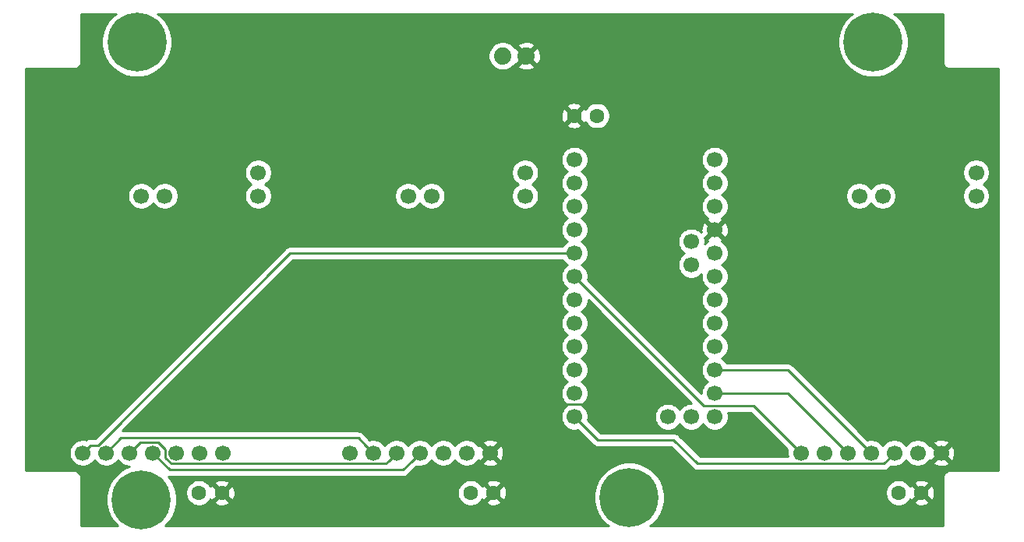
<source format=gbr>
G04 #@! TF.GenerationSoftware,KiCad,Pcbnew,(5.1.4)-1*
G04 #@! TF.CreationDate,2020-03-19T13:00:02-06:00*
G04 #@! TF.ProjectId,Axle Ratio Change,41786c65-2052-4617-9469-6f204368616e,rev?*
G04 #@! TF.SameCoordinates,Original*
G04 #@! TF.FileFunction,Copper,L1,Top*
G04 #@! TF.FilePolarity,Positive*
%FSLAX46Y46*%
G04 Gerber Fmt 4.6, Leading zero omitted, Abs format (unit mm)*
G04 Created by KiCad (PCBNEW (5.1.4)-1) date 2020-03-19 13:00:02*
%MOMM*%
%LPD*%
G04 APERTURE LIST*
%ADD10C,6.400000*%
%ADD11C,1.879600*%
%ADD12C,1.600000*%
%ADD13C,1.700000*%
%ADD14C,0.250000*%
%ADD15C,0.254000*%
G04 APERTURE END LIST*
D10*
X112250000Y-121500000D03*
X165250000Y-121250000D03*
X111750000Y-71750000D03*
X191750000Y-71750000D03*
D11*
X154040000Y-73250000D03*
X151500000Y-73250000D03*
D12*
X161750000Y-79750000D03*
X159250000Y-79750000D03*
X150500000Y-120750000D03*
X148000000Y-120750000D03*
X118500000Y-120750000D03*
X121000000Y-120750000D03*
X194500000Y-120750000D03*
X197000000Y-120750000D03*
D13*
X169450000Y-112480000D03*
X171990000Y-112480000D03*
X171990000Y-95970000D03*
X171990000Y-93430000D03*
X159290000Y-112480000D03*
X159290000Y-109940000D03*
X159290000Y-107400000D03*
X159290000Y-104860000D03*
X159290000Y-102320000D03*
X159290000Y-99780000D03*
X159290000Y-97240000D03*
X159290000Y-94700000D03*
X159290000Y-92160000D03*
X159290000Y-89620000D03*
X159290000Y-84540000D03*
X159290000Y-87080000D03*
X174530000Y-84540000D03*
X174530000Y-87080000D03*
X174530000Y-89620000D03*
X174530000Y-92160000D03*
X174530000Y-94700000D03*
X174530000Y-97240000D03*
X174530000Y-99780000D03*
X174530000Y-102320000D03*
X174530000Y-104860000D03*
X174530000Y-107400000D03*
X174530000Y-109940000D03*
X174530000Y-112480000D03*
X153930000Y-85935000D03*
X153930000Y-88475000D03*
X141230000Y-88475000D03*
X143770000Y-88475000D03*
X150120000Y-116415000D03*
X147580000Y-116415000D03*
X145040000Y-116415000D03*
X142500000Y-116415000D03*
X139960000Y-116415000D03*
X137420000Y-116415000D03*
X134880000Y-116415000D03*
X202930000Y-85935000D03*
X202930000Y-88475000D03*
X190230000Y-88475000D03*
X192770000Y-88475000D03*
X199120000Y-116415000D03*
X196580000Y-116415000D03*
X194040000Y-116415000D03*
X191500000Y-116415000D03*
X188960000Y-116415000D03*
X186420000Y-116415000D03*
X183880000Y-116415000D03*
X124930000Y-85935000D03*
X124930000Y-88475000D03*
X112230000Y-88475000D03*
X114770000Y-88475000D03*
X121120000Y-116415000D03*
X118580000Y-116415000D03*
X116040000Y-116415000D03*
X113500000Y-116415000D03*
X110960000Y-116415000D03*
X108420000Y-116415000D03*
X105880000Y-116415000D03*
D14*
X155419999Y-111115001D02*
X163115001Y-111115001D01*
X150120000Y-116415000D02*
X155419999Y-111115001D01*
X115335000Y-118250000D02*
X140665000Y-118250000D01*
X113500000Y-116415000D02*
X115335000Y-118250000D01*
X140665000Y-118250000D02*
X141650001Y-117264999D01*
X141650001Y-117264999D02*
X142500000Y-116415000D01*
X182485000Y-107400000D02*
X174530000Y-107400000D01*
X191500000Y-116415000D02*
X182485000Y-107400000D01*
X139110001Y-117264999D02*
X139960000Y-116415000D01*
X114864999Y-116979001D02*
X115475999Y-117590001D01*
X138784999Y-117590001D02*
X139110001Y-117264999D01*
X114864999Y-116040997D02*
X114864999Y-116979001D01*
X115475999Y-117590001D02*
X138784999Y-117590001D01*
X114064001Y-115239999D02*
X114864999Y-116040997D01*
X112135001Y-115239999D02*
X114064001Y-115239999D01*
X110960000Y-116415000D02*
X112135001Y-115239999D01*
X182485000Y-109940000D02*
X174530000Y-109940000D01*
X188960000Y-116415000D02*
X182485000Y-109940000D01*
X136570001Y-115565001D02*
X137420000Y-116415000D01*
X135794988Y-114789988D02*
X136570001Y-115565001D01*
X110045012Y-114789988D02*
X135794988Y-114789988D01*
X108420000Y-116415000D02*
X110045012Y-114789988D01*
X158087919Y-94700000D02*
X159290000Y-94700000D01*
X128395998Y-94700000D02*
X158087919Y-94700000D01*
X107530997Y-115565001D02*
X128395998Y-94700000D01*
X106729999Y-115565001D02*
X107530997Y-115565001D01*
X105880000Y-116415000D02*
X106729999Y-115565001D01*
X192864999Y-117590001D02*
X172659999Y-117590001D01*
X194040000Y-116415000D02*
X192864999Y-117590001D01*
X172659999Y-117590001D02*
X170069998Y-115000000D01*
X161810000Y-115000000D02*
X159290000Y-112480000D01*
X170069998Y-115000000D02*
X161810000Y-115000000D01*
X160139999Y-98089999D02*
X159290000Y-97240000D01*
X173354999Y-111304999D02*
X160139999Y-98089999D01*
X178769999Y-111304999D02*
X173354999Y-111304999D01*
X183880000Y-116415000D02*
X178769999Y-111304999D01*
D15*
G36*
X109305330Y-68771161D02*
G01*
X108771161Y-69305330D01*
X108351467Y-69933446D01*
X108062377Y-70631372D01*
X107915000Y-71372285D01*
X107915000Y-72127715D01*
X108062377Y-72868628D01*
X108351467Y-73566554D01*
X108771161Y-74194670D01*
X109305330Y-74728839D01*
X109933446Y-75148533D01*
X110631372Y-75437623D01*
X111372285Y-75585000D01*
X112127715Y-75585000D01*
X112868628Y-75437623D01*
X113566554Y-75148533D01*
X114194670Y-74728839D01*
X114728839Y-74194670D01*
X115148533Y-73566554D01*
X115343899Y-73094896D01*
X149925200Y-73094896D01*
X149925200Y-73405104D01*
X149985718Y-73709352D01*
X150104430Y-73995948D01*
X150276773Y-74253877D01*
X150496123Y-74473227D01*
X150754052Y-74645570D01*
X151040648Y-74764282D01*
X151344896Y-74824800D01*
X151655104Y-74824800D01*
X151959352Y-74764282D01*
X152245948Y-74645570D01*
X152503877Y-74473227D01*
X152634628Y-74342476D01*
X153127129Y-74342476D01*
X153215623Y-74600723D01*
X153494976Y-74735597D01*
X153795275Y-74813381D01*
X154104977Y-74831084D01*
X154412184Y-74788027D01*
X154705086Y-74685865D01*
X154864377Y-74600723D01*
X154952871Y-74342476D01*
X154040000Y-73429605D01*
X153127129Y-74342476D01*
X152634628Y-74342476D01*
X152723227Y-74253877D01*
X152814495Y-74117286D01*
X152947524Y-74162871D01*
X153860395Y-73250000D01*
X154219605Y-73250000D01*
X155132476Y-74162871D01*
X155390723Y-74074377D01*
X155525597Y-73795024D01*
X155603381Y-73494725D01*
X155621084Y-73185023D01*
X155578027Y-72877816D01*
X155475865Y-72584914D01*
X155390723Y-72425623D01*
X155132476Y-72337129D01*
X154219605Y-73250000D01*
X153860395Y-73250000D01*
X152947524Y-72337129D01*
X152814495Y-72382714D01*
X152723227Y-72246123D01*
X152634628Y-72157524D01*
X153127129Y-72157524D01*
X154040000Y-73070395D01*
X154952871Y-72157524D01*
X154864377Y-71899277D01*
X154585024Y-71764403D01*
X154284725Y-71686619D01*
X153975023Y-71668916D01*
X153667816Y-71711973D01*
X153374914Y-71814135D01*
X153215623Y-71899277D01*
X153127129Y-72157524D01*
X152634628Y-72157524D01*
X152503877Y-72026773D01*
X152245948Y-71854430D01*
X151959352Y-71735718D01*
X151655104Y-71675200D01*
X151344896Y-71675200D01*
X151040648Y-71735718D01*
X150754052Y-71854430D01*
X150496123Y-72026773D01*
X150276773Y-72246123D01*
X150104430Y-72504052D01*
X149985718Y-72790648D01*
X149925200Y-73094896D01*
X115343899Y-73094896D01*
X115437623Y-72868628D01*
X115585000Y-72127715D01*
X115585000Y-71372285D01*
X115437623Y-70631372D01*
X115148533Y-69933446D01*
X114728839Y-69305330D01*
X114194670Y-68771161D01*
X114028306Y-68660000D01*
X189471694Y-68660000D01*
X189305330Y-68771161D01*
X188771161Y-69305330D01*
X188351467Y-69933446D01*
X188062377Y-70631372D01*
X187915000Y-71372285D01*
X187915000Y-72127715D01*
X188062377Y-72868628D01*
X188351467Y-73566554D01*
X188771161Y-74194670D01*
X189305330Y-74728839D01*
X189933446Y-75148533D01*
X190631372Y-75437623D01*
X191372285Y-75585000D01*
X192127715Y-75585000D01*
X192868628Y-75437623D01*
X193566554Y-75148533D01*
X194194670Y-74728839D01*
X194728839Y-74194670D01*
X195148533Y-73566554D01*
X195437623Y-72868628D01*
X195585000Y-72127715D01*
X195585000Y-71372285D01*
X195437623Y-70631372D01*
X195148533Y-69933446D01*
X194728839Y-69305330D01*
X194194670Y-68771161D01*
X194028306Y-68660000D01*
X199340001Y-68660000D01*
X199340000Y-73967581D01*
X199336807Y-74000000D01*
X199349550Y-74129383D01*
X199387290Y-74253793D01*
X199448575Y-74368450D01*
X199531052Y-74468948D01*
X199631550Y-74551425D01*
X199746207Y-74612710D01*
X199870617Y-74650450D01*
X200000000Y-74663193D01*
X200032419Y-74660000D01*
X205340001Y-74660000D01*
X205340000Y-118340000D01*
X200032419Y-118340000D01*
X200000000Y-118336807D01*
X199967581Y-118340000D01*
X199870617Y-118349550D01*
X199746207Y-118387290D01*
X199631550Y-118448575D01*
X199531052Y-118531052D01*
X199448575Y-118631550D01*
X199387290Y-118746207D01*
X199349550Y-118870617D01*
X199336807Y-119000000D01*
X199340001Y-119032429D01*
X199340000Y-124340000D01*
X167528306Y-124340000D01*
X167694670Y-124228839D01*
X168228839Y-123694670D01*
X168648533Y-123066554D01*
X168937623Y-122368628D01*
X169085000Y-121627715D01*
X169085000Y-120872285D01*
X169032563Y-120608665D01*
X193065000Y-120608665D01*
X193065000Y-120891335D01*
X193120147Y-121168574D01*
X193228320Y-121429727D01*
X193385363Y-121664759D01*
X193585241Y-121864637D01*
X193820273Y-122021680D01*
X194081426Y-122129853D01*
X194358665Y-122185000D01*
X194641335Y-122185000D01*
X194918574Y-122129853D01*
X195179727Y-122021680D01*
X195414759Y-121864637D01*
X195536694Y-121742702D01*
X196186903Y-121742702D01*
X196258486Y-121986671D01*
X196513996Y-122107571D01*
X196788184Y-122176300D01*
X197070512Y-122190217D01*
X197350130Y-122148787D01*
X197616292Y-122053603D01*
X197741514Y-121986671D01*
X197813097Y-121742702D01*
X197000000Y-120929605D01*
X196186903Y-121742702D01*
X195536694Y-121742702D01*
X195614637Y-121664759D01*
X195748692Y-121464131D01*
X195763329Y-121491514D01*
X196007298Y-121563097D01*
X196820395Y-120750000D01*
X197179605Y-120750000D01*
X197992702Y-121563097D01*
X198236671Y-121491514D01*
X198357571Y-121236004D01*
X198426300Y-120961816D01*
X198440217Y-120679488D01*
X198398787Y-120399870D01*
X198303603Y-120133708D01*
X198236671Y-120008486D01*
X197992702Y-119936903D01*
X197179605Y-120750000D01*
X196820395Y-120750000D01*
X196007298Y-119936903D01*
X195763329Y-120008486D01*
X195749676Y-120037341D01*
X195614637Y-119835241D01*
X195536694Y-119757298D01*
X196186903Y-119757298D01*
X197000000Y-120570395D01*
X197813097Y-119757298D01*
X197741514Y-119513329D01*
X197486004Y-119392429D01*
X197211816Y-119323700D01*
X196929488Y-119309783D01*
X196649870Y-119351213D01*
X196383708Y-119446397D01*
X196258486Y-119513329D01*
X196186903Y-119757298D01*
X195536694Y-119757298D01*
X195414759Y-119635363D01*
X195179727Y-119478320D01*
X194918574Y-119370147D01*
X194641335Y-119315000D01*
X194358665Y-119315000D01*
X194081426Y-119370147D01*
X193820273Y-119478320D01*
X193585241Y-119635363D01*
X193385363Y-119835241D01*
X193228320Y-120070273D01*
X193120147Y-120331426D01*
X193065000Y-120608665D01*
X169032563Y-120608665D01*
X168937623Y-120131372D01*
X168648533Y-119433446D01*
X168228839Y-118805330D01*
X167694670Y-118271161D01*
X167066554Y-117851467D01*
X166368628Y-117562377D01*
X165627715Y-117415000D01*
X164872285Y-117415000D01*
X164131372Y-117562377D01*
X163433446Y-117851467D01*
X162805330Y-118271161D01*
X162271161Y-118805330D01*
X161851467Y-119433446D01*
X161562377Y-120131372D01*
X161415000Y-120872285D01*
X161415000Y-121627715D01*
X161562377Y-122368628D01*
X161851467Y-123066554D01*
X162271161Y-123694670D01*
X162805330Y-124228839D01*
X162971694Y-124340000D01*
X114833509Y-124340000D01*
X115228839Y-123944670D01*
X115648533Y-123316554D01*
X115937623Y-122618628D01*
X116085000Y-121877715D01*
X116085000Y-121122285D01*
X115982835Y-120608665D01*
X117065000Y-120608665D01*
X117065000Y-120891335D01*
X117120147Y-121168574D01*
X117228320Y-121429727D01*
X117385363Y-121664759D01*
X117585241Y-121864637D01*
X117820273Y-122021680D01*
X118081426Y-122129853D01*
X118358665Y-122185000D01*
X118641335Y-122185000D01*
X118918574Y-122129853D01*
X119179727Y-122021680D01*
X119414759Y-121864637D01*
X119536694Y-121742702D01*
X120186903Y-121742702D01*
X120258486Y-121986671D01*
X120513996Y-122107571D01*
X120788184Y-122176300D01*
X121070512Y-122190217D01*
X121350130Y-122148787D01*
X121616292Y-122053603D01*
X121741514Y-121986671D01*
X121813097Y-121742702D01*
X121000000Y-120929605D01*
X120186903Y-121742702D01*
X119536694Y-121742702D01*
X119614637Y-121664759D01*
X119748692Y-121464131D01*
X119763329Y-121491514D01*
X120007298Y-121563097D01*
X120820395Y-120750000D01*
X121179605Y-120750000D01*
X121992702Y-121563097D01*
X122236671Y-121491514D01*
X122357571Y-121236004D01*
X122426300Y-120961816D01*
X122440217Y-120679488D01*
X122429724Y-120608665D01*
X146565000Y-120608665D01*
X146565000Y-120891335D01*
X146620147Y-121168574D01*
X146728320Y-121429727D01*
X146885363Y-121664759D01*
X147085241Y-121864637D01*
X147320273Y-122021680D01*
X147581426Y-122129853D01*
X147858665Y-122185000D01*
X148141335Y-122185000D01*
X148418574Y-122129853D01*
X148679727Y-122021680D01*
X148914759Y-121864637D01*
X149036694Y-121742702D01*
X149686903Y-121742702D01*
X149758486Y-121986671D01*
X150013996Y-122107571D01*
X150288184Y-122176300D01*
X150570512Y-122190217D01*
X150850130Y-122148787D01*
X151116292Y-122053603D01*
X151241514Y-121986671D01*
X151313097Y-121742702D01*
X150500000Y-120929605D01*
X149686903Y-121742702D01*
X149036694Y-121742702D01*
X149114637Y-121664759D01*
X149248692Y-121464131D01*
X149263329Y-121491514D01*
X149507298Y-121563097D01*
X150320395Y-120750000D01*
X150679605Y-120750000D01*
X151492702Y-121563097D01*
X151736671Y-121491514D01*
X151857571Y-121236004D01*
X151926300Y-120961816D01*
X151940217Y-120679488D01*
X151898787Y-120399870D01*
X151803603Y-120133708D01*
X151736671Y-120008486D01*
X151492702Y-119936903D01*
X150679605Y-120750000D01*
X150320395Y-120750000D01*
X149507298Y-119936903D01*
X149263329Y-120008486D01*
X149249676Y-120037341D01*
X149114637Y-119835241D01*
X149036694Y-119757298D01*
X149686903Y-119757298D01*
X150500000Y-120570395D01*
X151313097Y-119757298D01*
X151241514Y-119513329D01*
X150986004Y-119392429D01*
X150711816Y-119323700D01*
X150429488Y-119309783D01*
X150149870Y-119351213D01*
X149883708Y-119446397D01*
X149758486Y-119513329D01*
X149686903Y-119757298D01*
X149036694Y-119757298D01*
X148914759Y-119635363D01*
X148679727Y-119478320D01*
X148418574Y-119370147D01*
X148141335Y-119315000D01*
X147858665Y-119315000D01*
X147581426Y-119370147D01*
X147320273Y-119478320D01*
X147085241Y-119635363D01*
X146885363Y-119835241D01*
X146728320Y-120070273D01*
X146620147Y-120331426D01*
X146565000Y-120608665D01*
X122429724Y-120608665D01*
X122398787Y-120399870D01*
X122303603Y-120133708D01*
X122236671Y-120008486D01*
X121992702Y-119936903D01*
X121179605Y-120750000D01*
X120820395Y-120750000D01*
X120007298Y-119936903D01*
X119763329Y-120008486D01*
X119749676Y-120037341D01*
X119614637Y-119835241D01*
X119536694Y-119757298D01*
X120186903Y-119757298D01*
X121000000Y-120570395D01*
X121813097Y-119757298D01*
X121741514Y-119513329D01*
X121486004Y-119392429D01*
X121211816Y-119323700D01*
X120929488Y-119309783D01*
X120649870Y-119351213D01*
X120383708Y-119446397D01*
X120258486Y-119513329D01*
X120186903Y-119757298D01*
X119536694Y-119757298D01*
X119414759Y-119635363D01*
X119179727Y-119478320D01*
X118918574Y-119370147D01*
X118641335Y-119315000D01*
X118358665Y-119315000D01*
X118081426Y-119370147D01*
X117820273Y-119478320D01*
X117585241Y-119635363D01*
X117385363Y-119835241D01*
X117228320Y-120070273D01*
X117120147Y-120331426D01*
X117065000Y-120608665D01*
X115982835Y-120608665D01*
X115937623Y-120381372D01*
X115648533Y-119683446D01*
X115228839Y-119055330D01*
X115166633Y-118993124D01*
X115186014Y-118999003D01*
X115297667Y-119010000D01*
X115297677Y-119010000D01*
X115335000Y-119013676D01*
X115372323Y-119010000D01*
X140627678Y-119010000D01*
X140665000Y-119013676D01*
X140702322Y-119010000D01*
X140702333Y-119010000D01*
X140813986Y-118999003D01*
X140957247Y-118955546D01*
X141089276Y-118884974D01*
X141205001Y-118790001D01*
X141228804Y-118760998D01*
X142133592Y-117856210D01*
X142353740Y-117900000D01*
X142646260Y-117900000D01*
X142933158Y-117842932D01*
X143203411Y-117730990D01*
X143446632Y-117568475D01*
X143653475Y-117361632D01*
X143770000Y-117187240D01*
X143886525Y-117361632D01*
X144093368Y-117568475D01*
X144336589Y-117730990D01*
X144606842Y-117842932D01*
X144893740Y-117900000D01*
X145186260Y-117900000D01*
X145473158Y-117842932D01*
X145743411Y-117730990D01*
X145986632Y-117568475D01*
X146193475Y-117361632D01*
X146310000Y-117187240D01*
X146426525Y-117361632D01*
X146633368Y-117568475D01*
X146876589Y-117730990D01*
X147146842Y-117842932D01*
X147433740Y-117900000D01*
X147726260Y-117900000D01*
X148013158Y-117842932D01*
X148283411Y-117730990D01*
X148526632Y-117568475D01*
X148651710Y-117443397D01*
X149271208Y-117443397D01*
X149348843Y-117692472D01*
X149612883Y-117818371D01*
X149896411Y-117890339D01*
X150188531Y-117905611D01*
X150478019Y-117863599D01*
X150753747Y-117765919D01*
X150891157Y-117692472D01*
X150968792Y-117443397D01*
X150120000Y-116594605D01*
X149271208Y-117443397D01*
X148651710Y-117443397D01*
X148733475Y-117361632D01*
X148849311Y-117188271D01*
X149091603Y-117263792D01*
X149940395Y-116415000D01*
X150299605Y-116415000D01*
X151148397Y-117263792D01*
X151397472Y-117186157D01*
X151523371Y-116922117D01*
X151595339Y-116638589D01*
X151610611Y-116346469D01*
X151568599Y-116056981D01*
X151470919Y-115781253D01*
X151397472Y-115643843D01*
X151148397Y-115566208D01*
X150299605Y-116415000D01*
X149940395Y-116415000D01*
X149091603Y-115566208D01*
X148849311Y-115641729D01*
X148733475Y-115468368D01*
X148651710Y-115386603D01*
X149271208Y-115386603D01*
X150120000Y-116235395D01*
X150968792Y-115386603D01*
X150891157Y-115137528D01*
X150627117Y-115011629D01*
X150343589Y-114939661D01*
X150051469Y-114924389D01*
X149761981Y-114966401D01*
X149486253Y-115064081D01*
X149348843Y-115137528D01*
X149271208Y-115386603D01*
X148651710Y-115386603D01*
X148526632Y-115261525D01*
X148283411Y-115099010D01*
X148013158Y-114987068D01*
X147726260Y-114930000D01*
X147433740Y-114930000D01*
X147146842Y-114987068D01*
X146876589Y-115099010D01*
X146633368Y-115261525D01*
X146426525Y-115468368D01*
X146310000Y-115642760D01*
X146193475Y-115468368D01*
X145986632Y-115261525D01*
X145743411Y-115099010D01*
X145473158Y-114987068D01*
X145186260Y-114930000D01*
X144893740Y-114930000D01*
X144606842Y-114987068D01*
X144336589Y-115099010D01*
X144093368Y-115261525D01*
X143886525Y-115468368D01*
X143770000Y-115642760D01*
X143653475Y-115468368D01*
X143446632Y-115261525D01*
X143203411Y-115099010D01*
X142933158Y-114987068D01*
X142646260Y-114930000D01*
X142353740Y-114930000D01*
X142066842Y-114987068D01*
X141796589Y-115099010D01*
X141553368Y-115261525D01*
X141346525Y-115468368D01*
X141230000Y-115642760D01*
X141113475Y-115468368D01*
X140906632Y-115261525D01*
X140663411Y-115099010D01*
X140393158Y-114987068D01*
X140106260Y-114930000D01*
X139813740Y-114930000D01*
X139526842Y-114987068D01*
X139256589Y-115099010D01*
X139013368Y-115261525D01*
X138806525Y-115468368D01*
X138690000Y-115642760D01*
X138573475Y-115468368D01*
X138366632Y-115261525D01*
X138123411Y-115099010D01*
X137853158Y-114987068D01*
X137566260Y-114930000D01*
X137273740Y-114930000D01*
X137053592Y-114973790D01*
X136358791Y-114278990D01*
X136334989Y-114249987D01*
X136219264Y-114155014D01*
X136087235Y-114084442D01*
X135943974Y-114040985D01*
X135832321Y-114029988D01*
X135832310Y-114029988D01*
X135794988Y-114026312D01*
X135757666Y-114029988D01*
X110140811Y-114029988D01*
X128710801Y-95460000D01*
X158011822Y-95460000D01*
X158136525Y-95646632D01*
X158343368Y-95853475D01*
X158517760Y-95970000D01*
X158343368Y-96086525D01*
X158136525Y-96293368D01*
X157974010Y-96536589D01*
X157862068Y-96806842D01*
X157805000Y-97093740D01*
X157805000Y-97386260D01*
X157862068Y-97673158D01*
X157974010Y-97943411D01*
X158136525Y-98186632D01*
X158343368Y-98393475D01*
X158517760Y-98510000D01*
X158343368Y-98626525D01*
X158136525Y-98833368D01*
X157974010Y-99076589D01*
X157862068Y-99346842D01*
X157805000Y-99633740D01*
X157805000Y-99926260D01*
X157862068Y-100213158D01*
X157974010Y-100483411D01*
X158136525Y-100726632D01*
X158343368Y-100933475D01*
X158517760Y-101050000D01*
X158343368Y-101166525D01*
X158136525Y-101373368D01*
X157974010Y-101616589D01*
X157862068Y-101886842D01*
X157805000Y-102173740D01*
X157805000Y-102466260D01*
X157862068Y-102753158D01*
X157974010Y-103023411D01*
X158136525Y-103266632D01*
X158343368Y-103473475D01*
X158517760Y-103590000D01*
X158343368Y-103706525D01*
X158136525Y-103913368D01*
X157974010Y-104156589D01*
X157862068Y-104426842D01*
X157805000Y-104713740D01*
X157805000Y-105006260D01*
X157862068Y-105293158D01*
X157974010Y-105563411D01*
X158136525Y-105806632D01*
X158343368Y-106013475D01*
X158517760Y-106130000D01*
X158343368Y-106246525D01*
X158136525Y-106453368D01*
X157974010Y-106696589D01*
X157862068Y-106966842D01*
X157805000Y-107253740D01*
X157805000Y-107546260D01*
X157862068Y-107833158D01*
X157974010Y-108103411D01*
X158136525Y-108346632D01*
X158343368Y-108553475D01*
X158517760Y-108670000D01*
X158343368Y-108786525D01*
X158136525Y-108993368D01*
X157974010Y-109236589D01*
X157862068Y-109506842D01*
X157805000Y-109793740D01*
X157805000Y-110086260D01*
X157862068Y-110373158D01*
X157974010Y-110643411D01*
X158136525Y-110886632D01*
X158343368Y-111093475D01*
X158517760Y-111210000D01*
X158343368Y-111326525D01*
X158136525Y-111533368D01*
X157974010Y-111776589D01*
X157862068Y-112046842D01*
X157805000Y-112333740D01*
X157805000Y-112626260D01*
X157862068Y-112913158D01*
X157974010Y-113183411D01*
X158136525Y-113426632D01*
X158343368Y-113633475D01*
X158586589Y-113795990D01*
X158856842Y-113907932D01*
X159143740Y-113965000D01*
X159436260Y-113965000D01*
X159656408Y-113921209D01*
X161246200Y-115511002D01*
X161269999Y-115540001D01*
X161385724Y-115634974D01*
X161517753Y-115705546D01*
X161661014Y-115749003D01*
X161772667Y-115760000D01*
X161772676Y-115760000D01*
X161809999Y-115763676D01*
X161847322Y-115760000D01*
X169755197Y-115760000D01*
X172096200Y-118101004D01*
X172119998Y-118130002D01*
X172148996Y-118153800D01*
X172235723Y-118224975D01*
X172367752Y-118295547D01*
X172511013Y-118339004D01*
X172659999Y-118353678D01*
X172697332Y-118350001D01*
X192827677Y-118350001D01*
X192864999Y-118353677D01*
X192902321Y-118350001D01*
X192902332Y-118350001D01*
X193013985Y-118339004D01*
X193157246Y-118295547D01*
X193289275Y-118224975D01*
X193405000Y-118130002D01*
X193428803Y-118100998D01*
X193673592Y-117856209D01*
X193893740Y-117900000D01*
X194186260Y-117900000D01*
X194473158Y-117842932D01*
X194743411Y-117730990D01*
X194986632Y-117568475D01*
X195193475Y-117361632D01*
X195310000Y-117187240D01*
X195426525Y-117361632D01*
X195633368Y-117568475D01*
X195876589Y-117730990D01*
X196146842Y-117842932D01*
X196433740Y-117900000D01*
X196726260Y-117900000D01*
X197013158Y-117842932D01*
X197283411Y-117730990D01*
X197526632Y-117568475D01*
X197651710Y-117443397D01*
X198271208Y-117443397D01*
X198348843Y-117692472D01*
X198612883Y-117818371D01*
X198896411Y-117890339D01*
X199188531Y-117905611D01*
X199478019Y-117863599D01*
X199753747Y-117765919D01*
X199891157Y-117692472D01*
X199968792Y-117443397D01*
X199120000Y-116594605D01*
X198271208Y-117443397D01*
X197651710Y-117443397D01*
X197733475Y-117361632D01*
X197849311Y-117188271D01*
X198091603Y-117263792D01*
X198940395Y-116415000D01*
X199299605Y-116415000D01*
X200148397Y-117263792D01*
X200397472Y-117186157D01*
X200523371Y-116922117D01*
X200595339Y-116638589D01*
X200610611Y-116346469D01*
X200568599Y-116056981D01*
X200470919Y-115781253D01*
X200397472Y-115643843D01*
X200148397Y-115566208D01*
X199299605Y-116415000D01*
X198940395Y-116415000D01*
X198091603Y-115566208D01*
X197849311Y-115641729D01*
X197733475Y-115468368D01*
X197651710Y-115386603D01*
X198271208Y-115386603D01*
X199120000Y-116235395D01*
X199968792Y-115386603D01*
X199891157Y-115137528D01*
X199627117Y-115011629D01*
X199343589Y-114939661D01*
X199051469Y-114924389D01*
X198761981Y-114966401D01*
X198486253Y-115064081D01*
X198348843Y-115137528D01*
X198271208Y-115386603D01*
X197651710Y-115386603D01*
X197526632Y-115261525D01*
X197283411Y-115099010D01*
X197013158Y-114987068D01*
X196726260Y-114930000D01*
X196433740Y-114930000D01*
X196146842Y-114987068D01*
X195876589Y-115099010D01*
X195633368Y-115261525D01*
X195426525Y-115468368D01*
X195310000Y-115642760D01*
X195193475Y-115468368D01*
X194986632Y-115261525D01*
X194743411Y-115099010D01*
X194473158Y-114987068D01*
X194186260Y-114930000D01*
X193893740Y-114930000D01*
X193606842Y-114987068D01*
X193336589Y-115099010D01*
X193093368Y-115261525D01*
X192886525Y-115468368D01*
X192770000Y-115642760D01*
X192653475Y-115468368D01*
X192446632Y-115261525D01*
X192203411Y-115099010D01*
X191933158Y-114987068D01*
X191646260Y-114930000D01*
X191353740Y-114930000D01*
X191133592Y-114973790D01*
X183048804Y-106889003D01*
X183025001Y-106859999D01*
X182909276Y-106765026D01*
X182777247Y-106694454D01*
X182633986Y-106650997D01*
X182522333Y-106640000D01*
X182522322Y-106640000D01*
X182485000Y-106636324D01*
X182447678Y-106640000D01*
X175808178Y-106640000D01*
X175683475Y-106453368D01*
X175476632Y-106246525D01*
X175302240Y-106130000D01*
X175476632Y-106013475D01*
X175683475Y-105806632D01*
X175845990Y-105563411D01*
X175957932Y-105293158D01*
X176015000Y-105006260D01*
X176015000Y-104713740D01*
X175957932Y-104426842D01*
X175845990Y-104156589D01*
X175683475Y-103913368D01*
X175476632Y-103706525D01*
X175302240Y-103590000D01*
X175476632Y-103473475D01*
X175683475Y-103266632D01*
X175845990Y-103023411D01*
X175957932Y-102753158D01*
X176015000Y-102466260D01*
X176015000Y-102173740D01*
X175957932Y-101886842D01*
X175845990Y-101616589D01*
X175683475Y-101373368D01*
X175476632Y-101166525D01*
X175302240Y-101050000D01*
X175476632Y-100933475D01*
X175683475Y-100726632D01*
X175845990Y-100483411D01*
X175957932Y-100213158D01*
X176015000Y-99926260D01*
X176015000Y-99633740D01*
X175957932Y-99346842D01*
X175845990Y-99076589D01*
X175683475Y-98833368D01*
X175476632Y-98626525D01*
X175302240Y-98510000D01*
X175476632Y-98393475D01*
X175683475Y-98186632D01*
X175845990Y-97943411D01*
X175957932Y-97673158D01*
X176015000Y-97386260D01*
X176015000Y-97093740D01*
X175957932Y-96806842D01*
X175845990Y-96536589D01*
X175683475Y-96293368D01*
X175476632Y-96086525D01*
X175302240Y-95970000D01*
X175476632Y-95853475D01*
X175683475Y-95646632D01*
X175845990Y-95403411D01*
X175957932Y-95133158D01*
X176015000Y-94846260D01*
X176015000Y-94553740D01*
X175957932Y-94266842D01*
X175845990Y-93996589D01*
X175683475Y-93753368D01*
X175476632Y-93546525D01*
X175303271Y-93430689D01*
X175378792Y-93188397D01*
X174530000Y-92339605D01*
X173681208Y-93188397D01*
X173756729Y-93430689D01*
X173583368Y-93546525D01*
X173455475Y-93674418D01*
X173475000Y-93576260D01*
X173475000Y-93283740D01*
X173417932Y-92996842D01*
X173411212Y-92980618D01*
X173501603Y-93008792D01*
X174350395Y-92160000D01*
X174709605Y-92160000D01*
X175558397Y-93008792D01*
X175807472Y-92931157D01*
X175933371Y-92667117D01*
X176005339Y-92383589D01*
X176020611Y-92091469D01*
X175978599Y-91801981D01*
X175880919Y-91526253D01*
X175807472Y-91388843D01*
X175558397Y-91311208D01*
X174709605Y-92160000D01*
X174350395Y-92160000D01*
X173501603Y-91311208D01*
X173252528Y-91388843D01*
X173126629Y-91652883D01*
X173054661Y-91936411D01*
X173039389Y-92228531D01*
X173064981Y-92404874D01*
X172936632Y-92276525D01*
X172693411Y-92114010D01*
X172423158Y-92002068D01*
X172136260Y-91945000D01*
X171843740Y-91945000D01*
X171556842Y-92002068D01*
X171286589Y-92114010D01*
X171043368Y-92276525D01*
X170836525Y-92483368D01*
X170674010Y-92726589D01*
X170562068Y-92996842D01*
X170505000Y-93283740D01*
X170505000Y-93576260D01*
X170562068Y-93863158D01*
X170674010Y-94133411D01*
X170836525Y-94376632D01*
X171043368Y-94583475D01*
X171217760Y-94700000D01*
X171043368Y-94816525D01*
X170836525Y-95023368D01*
X170674010Y-95266589D01*
X170562068Y-95536842D01*
X170505000Y-95823740D01*
X170505000Y-96116260D01*
X170562068Y-96403158D01*
X170674010Y-96673411D01*
X170836525Y-96916632D01*
X171043368Y-97123475D01*
X171286589Y-97285990D01*
X171556842Y-97397932D01*
X171843740Y-97455000D01*
X172136260Y-97455000D01*
X172423158Y-97397932D01*
X172693411Y-97285990D01*
X172936632Y-97123475D01*
X173064525Y-96995582D01*
X173045000Y-97093740D01*
X173045000Y-97386260D01*
X173102068Y-97673158D01*
X173214010Y-97943411D01*
X173376525Y-98186632D01*
X173583368Y-98393475D01*
X173757760Y-98510000D01*
X173583368Y-98626525D01*
X173376525Y-98833368D01*
X173214010Y-99076589D01*
X173102068Y-99346842D01*
X173045000Y-99633740D01*
X173045000Y-99926260D01*
X173102068Y-100213158D01*
X173214010Y-100483411D01*
X173376525Y-100726632D01*
X173583368Y-100933475D01*
X173757760Y-101050000D01*
X173583368Y-101166525D01*
X173376525Y-101373368D01*
X173214010Y-101616589D01*
X173102068Y-101886842D01*
X173045000Y-102173740D01*
X173045000Y-102466260D01*
X173102068Y-102753158D01*
X173214010Y-103023411D01*
X173376525Y-103266632D01*
X173583368Y-103473475D01*
X173757760Y-103590000D01*
X173583368Y-103706525D01*
X173376525Y-103913368D01*
X173214010Y-104156589D01*
X173102068Y-104426842D01*
X173045000Y-104713740D01*
X173045000Y-105006260D01*
X173102068Y-105293158D01*
X173214010Y-105563411D01*
X173376525Y-105806632D01*
X173583368Y-106013475D01*
X173757760Y-106130000D01*
X173583368Y-106246525D01*
X173376525Y-106453368D01*
X173214010Y-106696589D01*
X173102068Y-106966842D01*
X173045000Y-107253740D01*
X173045000Y-107546260D01*
X173102068Y-107833158D01*
X173214010Y-108103411D01*
X173376525Y-108346632D01*
X173583368Y-108553475D01*
X173757760Y-108670000D01*
X173583368Y-108786525D01*
X173376525Y-108993368D01*
X173214010Y-109236589D01*
X173102068Y-109506842D01*
X173045000Y-109793740D01*
X173045000Y-109920198D01*
X160731209Y-97606408D01*
X160775000Y-97386260D01*
X160775000Y-97093740D01*
X160717932Y-96806842D01*
X160605990Y-96536589D01*
X160443475Y-96293368D01*
X160236632Y-96086525D01*
X160062240Y-95970000D01*
X160236632Y-95853475D01*
X160443475Y-95646632D01*
X160605990Y-95403411D01*
X160717932Y-95133158D01*
X160775000Y-94846260D01*
X160775000Y-94553740D01*
X160717932Y-94266842D01*
X160605990Y-93996589D01*
X160443475Y-93753368D01*
X160236632Y-93546525D01*
X160062240Y-93430000D01*
X160236632Y-93313475D01*
X160443475Y-93106632D01*
X160605990Y-92863411D01*
X160717932Y-92593158D01*
X160775000Y-92306260D01*
X160775000Y-92013740D01*
X160717932Y-91726842D01*
X160605990Y-91456589D01*
X160443475Y-91213368D01*
X160236632Y-91006525D01*
X160062240Y-90890000D01*
X160236632Y-90773475D01*
X160443475Y-90566632D01*
X160605990Y-90323411D01*
X160717932Y-90053158D01*
X160775000Y-89766260D01*
X160775000Y-89473740D01*
X160717932Y-89186842D01*
X160605990Y-88916589D01*
X160443475Y-88673368D01*
X160236632Y-88466525D01*
X160062240Y-88350000D01*
X160236632Y-88233475D01*
X160443475Y-88026632D01*
X160605990Y-87783411D01*
X160717932Y-87513158D01*
X160775000Y-87226260D01*
X160775000Y-86933740D01*
X160717932Y-86646842D01*
X160605990Y-86376589D01*
X160443475Y-86133368D01*
X160236632Y-85926525D01*
X160062240Y-85810000D01*
X160236632Y-85693475D01*
X160443475Y-85486632D01*
X160605990Y-85243411D01*
X160717932Y-84973158D01*
X160775000Y-84686260D01*
X160775000Y-84393740D01*
X173045000Y-84393740D01*
X173045000Y-84686260D01*
X173102068Y-84973158D01*
X173214010Y-85243411D01*
X173376525Y-85486632D01*
X173583368Y-85693475D01*
X173757760Y-85810000D01*
X173583368Y-85926525D01*
X173376525Y-86133368D01*
X173214010Y-86376589D01*
X173102068Y-86646842D01*
X173045000Y-86933740D01*
X173045000Y-87226260D01*
X173102068Y-87513158D01*
X173214010Y-87783411D01*
X173376525Y-88026632D01*
X173583368Y-88233475D01*
X173757760Y-88350000D01*
X173583368Y-88466525D01*
X173376525Y-88673368D01*
X173214010Y-88916589D01*
X173102068Y-89186842D01*
X173045000Y-89473740D01*
X173045000Y-89766260D01*
X173102068Y-90053158D01*
X173214010Y-90323411D01*
X173376525Y-90566632D01*
X173583368Y-90773475D01*
X173756729Y-90889311D01*
X173681208Y-91131603D01*
X174530000Y-91980395D01*
X175378792Y-91131603D01*
X175303271Y-90889311D01*
X175476632Y-90773475D01*
X175683475Y-90566632D01*
X175845990Y-90323411D01*
X175957932Y-90053158D01*
X176015000Y-89766260D01*
X176015000Y-89473740D01*
X175957932Y-89186842D01*
X175845990Y-88916589D01*
X175683475Y-88673368D01*
X175476632Y-88466525D01*
X175302240Y-88350000D01*
X175334057Y-88328740D01*
X188745000Y-88328740D01*
X188745000Y-88621260D01*
X188802068Y-88908158D01*
X188914010Y-89178411D01*
X189076525Y-89421632D01*
X189283368Y-89628475D01*
X189526589Y-89790990D01*
X189796842Y-89902932D01*
X190083740Y-89960000D01*
X190376260Y-89960000D01*
X190663158Y-89902932D01*
X190933411Y-89790990D01*
X191176632Y-89628475D01*
X191383475Y-89421632D01*
X191500000Y-89247240D01*
X191616525Y-89421632D01*
X191823368Y-89628475D01*
X192066589Y-89790990D01*
X192336842Y-89902932D01*
X192623740Y-89960000D01*
X192916260Y-89960000D01*
X193203158Y-89902932D01*
X193473411Y-89790990D01*
X193716632Y-89628475D01*
X193923475Y-89421632D01*
X194085990Y-89178411D01*
X194197932Y-88908158D01*
X194255000Y-88621260D01*
X194255000Y-88328740D01*
X194197932Y-88041842D01*
X194085990Y-87771589D01*
X193923475Y-87528368D01*
X193716632Y-87321525D01*
X193473411Y-87159010D01*
X193203158Y-87047068D01*
X192916260Y-86990000D01*
X192623740Y-86990000D01*
X192336842Y-87047068D01*
X192066589Y-87159010D01*
X191823368Y-87321525D01*
X191616525Y-87528368D01*
X191500000Y-87702760D01*
X191383475Y-87528368D01*
X191176632Y-87321525D01*
X190933411Y-87159010D01*
X190663158Y-87047068D01*
X190376260Y-86990000D01*
X190083740Y-86990000D01*
X189796842Y-87047068D01*
X189526589Y-87159010D01*
X189283368Y-87321525D01*
X189076525Y-87528368D01*
X188914010Y-87771589D01*
X188802068Y-88041842D01*
X188745000Y-88328740D01*
X175334057Y-88328740D01*
X175476632Y-88233475D01*
X175683475Y-88026632D01*
X175845990Y-87783411D01*
X175957932Y-87513158D01*
X176015000Y-87226260D01*
X176015000Y-86933740D01*
X175957932Y-86646842D01*
X175845990Y-86376589D01*
X175683475Y-86133368D01*
X175476632Y-85926525D01*
X175302240Y-85810000D01*
X175334057Y-85788740D01*
X201445000Y-85788740D01*
X201445000Y-86081260D01*
X201502068Y-86368158D01*
X201614010Y-86638411D01*
X201776525Y-86881632D01*
X201983368Y-87088475D01*
X202157760Y-87205000D01*
X201983368Y-87321525D01*
X201776525Y-87528368D01*
X201614010Y-87771589D01*
X201502068Y-88041842D01*
X201445000Y-88328740D01*
X201445000Y-88621260D01*
X201502068Y-88908158D01*
X201614010Y-89178411D01*
X201776525Y-89421632D01*
X201983368Y-89628475D01*
X202226589Y-89790990D01*
X202496842Y-89902932D01*
X202783740Y-89960000D01*
X203076260Y-89960000D01*
X203363158Y-89902932D01*
X203633411Y-89790990D01*
X203876632Y-89628475D01*
X204083475Y-89421632D01*
X204245990Y-89178411D01*
X204357932Y-88908158D01*
X204415000Y-88621260D01*
X204415000Y-88328740D01*
X204357932Y-88041842D01*
X204245990Y-87771589D01*
X204083475Y-87528368D01*
X203876632Y-87321525D01*
X203702240Y-87205000D01*
X203876632Y-87088475D01*
X204083475Y-86881632D01*
X204245990Y-86638411D01*
X204357932Y-86368158D01*
X204415000Y-86081260D01*
X204415000Y-85788740D01*
X204357932Y-85501842D01*
X204245990Y-85231589D01*
X204083475Y-84988368D01*
X203876632Y-84781525D01*
X203633411Y-84619010D01*
X203363158Y-84507068D01*
X203076260Y-84450000D01*
X202783740Y-84450000D01*
X202496842Y-84507068D01*
X202226589Y-84619010D01*
X201983368Y-84781525D01*
X201776525Y-84988368D01*
X201614010Y-85231589D01*
X201502068Y-85501842D01*
X201445000Y-85788740D01*
X175334057Y-85788740D01*
X175476632Y-85693475D01*
X175683475Y-85486632D01*
X175845990Y-85243411D01*
X175957932Y-84973158D01*
X176015000Y-84686260D01*
X176015000Y-84393740D01*
X175957932Y-84106842D01*
X175845990Y-83836589D01*
X175683475Y-83593368D01*
X175476632Y-83386525D01*
X175233411Y-83224010D01*
X174963158Y-83112068D01*
X174676260Y-83055000D01*
X174383740Y-83055000D01*
X174096842Y-83112068D01*
X173826589Y-83224010D01*
X173583368Y-83386525D01*
X173376525Y-83593368D01*
X173214010Y-83836589D01*
X173102068Y-84106842D01*
X173045000Y-84393740D01*
X160775000Y-84393740D01*
X160717932Y-84106842D01*
X160605990Y-83836589D01*
X160443475Y-83593368D01*
X160236632Y-83386525D01*
X159993411Y-83224010D01*
X159723158Y-83112068D01*
X159436260Y-83055000D01*
X159143740Y-83055000D01*
X158856842Y-83112068D01*
X158586589Y-83224010D01*
X158343368Y-83386525D01*
X158136525Y-83593368D01*
X157974010Y-83836589D01*
X157862068Y-84106842D01*
X157805000Y-84393740D01*
X157805000Y-84686260D01*
X157862068Y-84973158D01*
X157974010Y-85243411D01*
X158136525Y-85486632D01*
X158343368Y-85693475D01*
X158517760Y-85810000D01*
X158343368Y-85926525D01*
X158136525Y-86133368D01*
X157974010Y-86376589D01*
X157862068Y-86646842D01*
X157805000Y-86933740D01*
X157805000Y-87226260D01*
X157862068Y-87513158D01*
X157974010Y-87783411D01*
X158136525Y-88026632D01*
X158343368Y-88233475D01*
X158517760Y-88350000D01*
X158343368Y-88466525D01*
X158136525Y-88673368D01*
X157974010Y-88916589D01*
X157862068Y-89186842D01*
X157805000Y-89473740D01*
X157805000Y-89766260D01*
X157862068Y-90053158D01*
X157974010Y-90323411D01*
X158136525Y-90566632D01*
X158343368Y-90773475D01*
X158517760Y-90890000D01*
X158343368Y-91006525D01*
X158136525Y-91213368D01*
X157974010Y-91456589D01*
X157862068Y-91726842D01*
X157805000Y-92013740D01*
X157805000Y-92306260D01*
X157862068Y-92593158D01*
X157974010Y-92863411D01*
X158136525Y-93106632D01*
X158343368Y-93313475D01*
X158517760Y-93430000D01*
X158343368Y-93546525D01*
X158136525Y-93753368D01*
X158011822Y-93940000D01*
X128433320Y-93940000D01*
X128395997Y-93936324D01*
X128358674Y-93940000D01*
X128358665Y-93940000D01*
X128247012Y-93950997D01*
X128103751Y-93994454D01*
X127971722Y-94065026D01*
X127971720Y-94065027D01*
X127971721Y-94065027D01*
X127884994Y-94136201D01*
X127884990Y-94136205D01*
X127855997Y-94159999D01*
X127832203Y-94188992D01*
X107216196Y-114805001D01*
X106767321Y-114805001D01*
X106729998Y-114801325D01*
X106692675Y-114805001D01*
X106692666Y-114805001D01*
X106581013Y-114815998D01*
X106437752Y-114859455D01*
X106305722Y-114930027D01*
X106261401Y-114966401D01*
X106251229Y-114974749D01*
X106026260Y-114930000D01*
X105733740Y-114930000D01*
X105446842Y-114987068D01*
X105176589Y-115099010D01*
X104933368Y-115261525D01*
X104726525Y-115468368D01*
X104564010Y-115711589D01*
X104452068Y-115981842D01*
X104395000Y-116268740D01*
X104395000Y-116561260D01*
X104452068Y-116848158D01*
X104564010Y-117118411D01*
X104726525Y-117361632D01*
X104933368Y-117568475D01*
X105176589Y-117730990D01*
X105446842Y-117842932D01*
X105733740Y-117900000D01*
X106026260Y-117900000D01*
X106313158Y-117842932D01*
X106583411Y-117730990D01*
X106826632Y-117568475D01*
X107033475Y-117361632D01*
X107150000Y-117187240D01*
X107266525Y-117361632D01*
X107473368Y-117568475D01*
X107716589Y-117730990D01*
X107986842Y-117842932D01*
X108273740Y-117900000D01*
X108566260Y-117900000D01*
X108853158Y-117842932D01*
X109123411Y-117730990D01*
X109366632Y-117568475D01*
X109573475Y-117361632D01*
X109690000Y-117187240D01*
X109806525Y-117361632D01*
X110013368Y-117568475D01*
X110256589Y-117730990D01*
X110526842Y-117842932D01*
X110813740Y-117900000D01*
X110919831Y-117900000D01*
X110433446Y-118101467D01*
X109805330Y-118521161D01*
X109271161Y-119055330D01*
X108851467Y-119683446D01*
X108562377Y-120381372D01*
X108415000Y-121122285D01*
X108415000Y-121877715D01*
X108562377Y-122618628D01*
X108851467Y-123316554D01*
X109271161Y-123944670D01*
X109666491Y-124340000D01*
X105660000Y-124340000D01*
X105660000Y-119032418D01*
X105663193Y-119000000D01*
X105650450Y-118870617D01*
X105612710Y-118746207D01*
X105551425Y-118631550D01*
X105468948Y-118531052D01*
X105368450Y-118448575D01*
X105253793Y-118387290D01*
X105129383Y-118349550D01*
X105032419Y-118340000D01*
X105000000Y-118336807D01*
X104967581Y-118340000D01*
X99660000Y-118340000D01*
X99660000Y-88328740D01*
X110745000Y-88328740D01*
X110745000Y-88621260D01*
X110802068Y-88908158D01*
X110914010Y-89178411D01*
X111076525Y-89421632D01*
X111283368Y-89628475D01*
X111526589Y-89790990D01*
X111796842Y-89902932D01*
X112083740Y-89960000D01*
X112376260Y-89960000D01*
X112663158Y-89902932D01*
X112933411Y-89790990D01*
X113176632Y-89628475D01*
X113383475Y-89421632D01*
X113500000Y-89247240D01*
X113616525Y-89421632D01*
X113823368Y-89628475D01*
X114066589Y-89790990D01*
X114336842Y-89902932D01*
X114623740Y-89960000D01*
X114916260Y-89960000D01*
X115203158Y-89902932D01*
X115473411Y-89790990D01*
X115716632Y-89628475D01*
X115923475Y-89421632D01*
X116085990Y-89178411D01*
X116197932Y-88908158D01*
X116255000Y-88621260D01*
X116255000Y-88328740D01*
X116197932Y-88041842D01*
X116085990Y-87771589D01*
X115923475Y-87528368D01*
X115716632Y-87321525D01*
X115473411Y-87159010D01*
X115203158Y-87047068D01*
X114916260Y-86990000D01*
X114623740Y-86990000D01*
X114336842Y-87047068D01*
X114066589Y-87159010D01*
X113823368Y-87321525D01*
X113616525Y-87528368D01*
X113500000Y-87702760D01*
X113383475Y-87528368D01*
X113176632Y-87321525D01*
X112933411Y-87159010D01*
X112663158Y-87047068D01*
X112376260Y-86990000D01*
X112083740Y-86990000D01*
X111796842Y-87047068D01*
X111526589Y-87159010D01*
X111283368Y-87321525D01*
X111076525Y-87528368D01*
X110914010Y-87771589D01*
X110802068Y-88041842D01*
X110745000Y-88328740D01*
X99660000Y-88328740D01*
X99660000Y-85788740D01*
X123445000Y-85788740D01*
X123445000Y-86081260D01*
X123502068Y-86368158D01*
X123614010Y-86638411D01*
X123776525Y-86881632D01*
X123983368Y-87088475D01*
X124157760Y-87205000D01*
X123983368Y-87321525D01*
X123776525Y-87528368D01*
X123614010Y-87771589D01*
X123502068Y-88041842D01*
X123445000Y-88328740D01*
X123445000Y-88621260D01*
X123502068Y-88908158D01*
X123614010Y-89178411D01*
X123776525Y-89421632D01*
X123983368Y-89628475D01*
X124226589Y-89790990D01*
X124496842Y-89902932D01*
X124783740Y-89960000D01*
X125076260Y-89960000D01*
X125363158Y-89902932D01*
X125633411Y-89790990D01*
X125876632Y-89628475D01*
X126083475Y-89421632D01*
X126245990Y-89178411D01*
X126357932Y-88908158D01*
X126415000Y-88621260D01*
X126415000Y-88328740D01*
X139745000Y-88328740D01*
X139745000Y-88621260D01*
X139802068Y-88908158D01*
X139914010Y-89178411D01*
X140076525Y-89421632D01*
X140283368Y-89628475D01*
X140526589Y-89790990D01*
X140796842Y-89902932D01*
X141083740Y-89960000D01*
X141376260Y-89960000D01*
X141663158Y-89902932D01*
X141933411Y-89790990D01*
X142176632Y-89628475D01*
X142383475Y-89421632D01*
X142500000Y-89247240D01*
X142616525Y-89421632D01*
X142823368Y-89628475D01*
X143066589Y-89790990D01*
X143336842Y-89902932D01*
X143623740Y-89960000D01*
X143916260Y-89960000D01*
X144203158Y-89902932D01*
X144473411Y-89790990D01*
X144716632Y-89628475D01*
X144923475Y-89421632D01*
X145085990Y-89178411D01*
X145197932Y-88908158D01*
X145255000Y-88621260D01*
X145255000Y-88328740D01*
X145197932Y-88041842D01*
X145085990Y-87771589D01*
X144923475Y-87528368D01*
X144716632Y-87321525D01*
X144473411Y-87159010D01*
X144203158Y-87047068D01*
X143916260Y-86990000D01*
X143623740Y-86990000D01*
X143336842Y-87047068D01*
X143066589Y-87159010D01*
X142823368Y-87321525D01*
X142616525Y-87528368D01*
X142500000Y-87702760D01*
X142383475Y-87528368D01*
X142176632Y-87321525D01*
X141933411Y-87159010D01*
X141663158Y-87047068D01*
X141376260Y-86990000D01*
X141083740Y-86990000D01*
X140796842Y-87047068D01*
X140526589Y-87159010D01*
X140283368Y-87321525D01*
X140076525Y-87528368D01*
X139914010Y-87771589D01*
X139802068Y-88041842D01*
X139745000Y-88328740D01*
X126415000Y-88328740D01*
X126357932Y-88041842D01*
X126245990Y-87771589D01*
X126083475Y-87528368D01*
X125876632Y-87321525D01*
X125702240Y-87205000D01*
X125876632Y-87088475D01*
X126083475Y-86881632D01*
X126245990Y-86638411D01*
X126357932Y-86368158D01*
X126415000Y-86081260D01*
X126415000Y-85788740D01*
X152445000Y-85788740D01*
X152445000Y-86081260D01*
X152502068Y-86368158D01*
X152614010Y-86638411D01*
X152776525Y-86881632D01*
X152983368Y-87088475D01*
X153157760Y-87205000D01*
X152983368Y-87321525D01*
X152776525Y-87528368D01*
X152614010Y-87771589D01*
X152502068Y-88041842D01*
X152445000Y-88328740D01*
X152445000Y-88621260D01*
X152502068Y-88908158D01*
X152614010Y-89178411D01*
X152776525Y-89421632D01*
X152983368Y-89628475D01*
X153226589Y-89790990D01*
X153496842Y-89902932D01*
X153783740Y-89960000D01*
X154076260Y-89960000D01*
X154363158Y-89902932D01*
X154633411Y-89790990D01*
X154876632Y-89628475D01*
X155083475Y-89421632D01*
X155245990Y-89178411D01*
X155357932Y-88908158D01*
X155415000Y-88621260D01*
X155415000Y-88328740D01*
X155357932Y-88041842D01*
X155245990Y-87771589D01*
X155083475Y-87528368D01*
X154876632Y-87321525D01*
X154702240Y-87205000D01*
X154876632Y-87088475D01*
X155083475Y-86881632D01*
X155245990Y-86638411D01*
X155357932Y-86368158D01*
X155415000Y-86081260D01*
X155415000Y-85788740D01*
X155357932Y-85501842D01*
X155245990Y-85231589D01*
X155083475Y-84988368D01*
X154876632Y-84781525D01*
X154633411Y-84619010D01*
X154363158Y-84507068D01*
X154076260Y-84450000D01*
X153783740Y-84450000D01*
X153496842Y-84507068D01*
X153226589Y-84619010D01*
X152983368Y-84781525D01*
X152776525Y-84988368D01*
X152614010Y-85231589D01*
X152502068Y-85501842D01*
X152445000Y-85788740D01*
X126415000Y-85788740D01*
X126357932Y-85501842D01*
X126245990Y-85231589D01*
X126083475Y-84988368D01*
X125876632Y-84781525D01*
X125633411Y-84619010D01*
X125363158Y-84507068D01*
X125076260Y-84450000D01*
X124783740Y-84450000D01*
X124496842Y-84507068D01*
X124226589Y-84619010D01*
X123983368Y-84781525D01*
X123776525Y-84988368D01*
X123614010Y-85231589D01*
X123502068Y-85501842D01*
X123445000Y-85788740D01*
X99660000Y-85788740D01*
X99660000Y-80742702D01*
X158436903Y-80742702D01*
X158508486Y-80986671D01*
X158763996Y-81107571D01*
X159038184Y-81176300D01*
X159320512Y-81190217D01*
X159600130Y-81148787D01*
X159866292Y-81053603D01*
X159991514Y-80986671D01*
X160063097Y-80742702D01*
X159250000Y-79929605D01*
X158436903Y-80742702D01*
X99660000Y-80742702D01*
X99660000Y-79820512D01*
X157809783Y-79820512D01*
X157851213Y-80100130D01*
X157946397Y-80366292D01*
X158013329Y-80491514D01*
X158257298Y-80563097D01*
X159070395Y-79750000D01*
X159429605Y-79750000D01*
X160242702Y-80563097D01*
X160486671Y-80491514D01*
X160500324Y-80462659D01*
X160635363Y-80664759D01*
X160835241Y-80864637D01*
X161070273Y-81021680D01*
X161331426Y-81129853D01*
X161608665Y-81185000D01*
X161891335Y-81185000D01*
X162168574Y-81129853D01*
X162429727Y-81021680D01*
X162664759Y-80864637D01*
X162864637Y-80664759D01*
X163021680Y-80429727D01*
X163129853Y-80168574D01*
X163185000Y-79891335D01*
X163185000Y-79608665D01*
X163129853Y-79331426D01*
X163021680Y-79070273D01*
X162864637Y-78835241D01*
X162664759Y-78635363D01*
X162429727Y-78478320D01*
X162168574Y-78370147D01*
X161891335Y-78315000D01*
X161608665Y-78315000D01*
X161331426Y-78370147D01*
X161070273Y-78478320D01*
X160835241Y-78635363D01*
X160635363Y-78835241D01*
X160501308Y-79035869D01*
X160486671Y-79008486D01*
X160242702Y-78936903D01*
X159429605Y-79750000D01*
X159070395Y-79750000D01*
X158257298Y-78936903D01*
X158013329Y-79008486D01*
X157892429Y-79263996D01*
X157823700Y-79538184D01*
X157809783Y-79820512D01*
X99660000Y-79820512D01*
X99660000Y-78757298D01*
X158436903Y-78757298D01*
X159250000Y-79570395D01*
X160063097Y-78757298D01*
X159991514Y-78513329D01*
X159736004Y-78392429D01*
X159461816Y-78323700D01*
X159179488Y-78309783D01*
X158899870Y-78351213D01*
X158633708Y-78446397D01*
X158508486Y-78513329D01*
X158436903Y-78757298D01*
X99660000Y-78757298D01*
X99660000Y-74660000D01*
X104967581Y-74660000D01*
X105000000Y-74663193D01*
X105032419Y-74660000D01*
X105129383Y-74650450D01*
X105253793Y-74612710D01*
X105368450Y-74551425D01*
X105468948Y-74468948D01*
X105551425Y-74368450D01*
X105612710Y-74253793D01*
X105650450Y-74129383D01*
X105663193Y-74000000D01*
X105660000Y-73967581D01*
X105660000Y-68660000D01*
X109471694Y-68660000D01*
X109305330Y-68771161D01*
X109305330Y-68771161D01*
G37*
X109305330Y-68771161D02*
X108771161Y-69305330D01*
X108351467Y-69933446D01*
X108062377Y-70631372D01*
X107915000Y-71372285D01*
X107915000Y-72127715D01*
X108062377Y-72868628D01*
X108351467Y-73566554D01*
X108771161Y-74194670D01*
X109305330Y-74728839D01*
X109933446Y-75148533D01*
X110631372Y-75437623D01*
X111372285Y-75585000D01*
X112127715Y-75585000D01*
X112868628Y-75437623D01*
X113566554Y-75148533D01*
X114194670Y-74728839D01*
X114728839Y-74194670D01*
X115148533Y-73566554D01*
X115343899Y-73094896D01*
X149925200Y-73094896D01*
X149925200Y-73405104D01*
X149985718Y-73709352D01*
X150104430Y-73995948D01*
X150276773Y-74253877D01*
X150496123Y-74473227D01*
X150754052Y-74645570D01*
X151040648Y-74764282D01*
X151344896Y-74824800D01*
X151655104Y-74824800D01*
X151959352Y-74764282D01*
X152245948Y-74645570D01*
X152503877Y-74473227D01*
X152634628Y-74342476D01*
X153127129Y-74342476D01*
X153215623Y-74600723D01*
X153494976Y-74735597D01*
X153795275Y-74813381D01*
X154104977Y-74831084D01*
X154412184Y-74788027D01*
X154705086Y-74685865D01*
X154864377Y-74600723D01*
X154952871Y-74342476D01*
X154040000Y-73429605D01*
X153127129Y-74342476D01*
X152634628Y-74342476D01*
X152723227Y-74253877D01*
X152814495Y-74117286D01*
X152947524Y-74162871D01*
X153860395Y-73250000D01*
X154219605Y-73250000D01*
X155132476Y-74162871D01*
X155390723Y-74074377D01*
X155525597Y-73795024D01*
X155603381Y-73494725D01*
X155621084Y-73185023D01*
X155578027Y-72877816D01*
X155475865Y-72584914D01*
X155390723Y-72425623D01*
X155132476Y-72337129D01*
X154219605Y-73250000D01*
X153860395Y-73250000D01*
X152947524Y-72337129D01*
X152814495Y-72382714D01*
X152723227Y-72246123D01*
X152634628Y-72157524D01*
X153127129Y-72157524D01*
X154040000Y-73070395D01*
X154952871Y-72157524D01*
X154864377Y-71899277D01*
X154585024Y-71764403D01*
X154284725Y-71686619D01*
X153975023Y-71668916D01*
X153667816Y-71711973D01*
X153374914Y-71814135D01*
X153215623Y-71899277D01*
X153127129Y-72157524D01*
X152634628Y-72157524D01*
X152503877Y-72026773D01*
X152245948Y-71854430D01*
X151959352Y-71735718D01*
X151655104Y-71675200D01*
X151344896Y-71675200D01*
X151040648Y-71735718D01*
X150754052Y-71854430D01*
X150496123Y-72026773D01*
X150276773Y-72246123D01*
X150104430Y-72504052D01*
X149985718Y-72790648D01*
X149925200Y-73094896D01*
X115343899Y-73094896D01*
X115437623Y-72868628D01*
X115585000Y-72127715D01*
X115585000Y-71372285D01*
X115437623Y-70631372D01*
X115148533Y-69933446D01*
X114728839Y-69305330D01*
X114194670Y-68771161D01*
X114028306Y-68660000D01*
X189471694Y-68660000D01*
X189305330Y-68771161D01*
X188771161Y-69305330D01*
X188351467Y-69933446D01*
X188062377Y-70631372D01*
X187915000Y-71372285D01*
X187915000Y-72127715D01*
X188062377Y-72868628D01*
X188351467Y-73566554D01*
X188771161Y-74194670D01*
X189305330Y-74728839D01*
X189933446Y-75148533D01*
X190631372Y-75437623D01*
X191372285Y-75585000D01*
X192127715Y-75585000D01*
X192868628Y-75437623D01*
X193566554Y-75148533D01*
X194194670Y-74728839D01*
X194728839Y-74194670D01*
X195148533Y-73566554D01*
X195437623Y-72868628D01*
X195585000Y-72127715D01*
X195585000Y-71372285D01*
X195437623Y-70631372D01*
X195148533Y-69933446D01*
X194728839Y-69305330D01*
X194194670Y-68771161D01*
X194028306Y-68660000D01*
X199340001Y-68660000D01*
X199340000Y-73967581D01*
X199336807Y-74000000D01*
X199349550Y-74129383D01*
X199387290Y-74253793D01*
X199448575Y-74368450D01*
X199531052Y-74468948D01*
X199631550Y-74551425D01*
X199746207Y-74612710D01*
X199870617Y-74650450D01*
X200000000Y-74663193D01*
X200032419Y-74660000D01*
X205340001Y-74660000D01*
X205340000Y-118340000D01*
X200032419Y-118340000D01*
X200000000Y-118336807D01*
X199967581Y-118340000D01*
X199870617Y-118349550D01*
X199746207Y-118387290D01*
X199631550Y-118448575D01*
X199531052Y-118531052D01*
X199448575Y-118631550D01*
X199387290Y-118746207D01*
X199349550Y-118870617D01*
X199336807Y-119000000D01*
X199340001Y-119032429D01*
X199340000Y-124340000D01*
X167528306Y-124340000D01*
X167694670Y-124228839D01*
X168228839Y-123694670D01*
X168648533Y-123066554D01*
X168937623Y-122368628D01*
X169085000Y-121627715D01*
X169085000Y-120872285D01*
X169032563Y-120608665D01*
X193065000Y-120608665D01*
X193065000Y-120891335D01*
X193120147Y-121168574D01*
X193228320Y-121429727D01*
X193385363Y-121664759D01*
X193585241Y-121864637D01*
X193820273Y-122021680D01*
X194081426Y-122129853D01*
X194358665Y-122185000D01*
X194641335Y-122185000D01*
X194918574Y-122129853D01*
X195179727Y-122021680D01*
X195414759Y-121864637D01*
X195536694Y-121742702D01*
X196186903Y-121742702D01*
X196258486Y-121986671D01*
X196513996Y-122107571D01*
X196788184Y-122176300D01*
X197070512Y-122190217D01*
X197350130Y-122148787D01*
X197616292Y-122053603D01*
X197741514Y-121986671D01*
X197813097Y-121742702D01*
X197000000Y-120929605D01*
X196186903Y-121742702D01*
X195536694Y-121742702D01*
X195614637Y-121664759D01*
X195748692Y-121464131D01*
X195763329Y-121491514D01*
X196007298Y-121563097D01*
X196820395Y-120750000D01*
X197179605Y-120750000D01*
X197992702Y-121563097D01*
X198236671Y-121491514D01*
X198357571Y-121236004D01*
X198426300Y-120961816D01*
X198440217Y-120679488D01*
X198398787Y-120399870D01*
X198303603Y-120133708D01*
X198236671Y-120008486D01*
X197992702Y-119936903D01*
X197179605Y-120750000D01*
X196820395Y-120750000D01*
X196007298Y-119936903D01*
X195763329Y-120008486D01*
X195749676Y-120037341D01*
X195614637Y-119835241D01*
X195536694Y-119757298D01*
X196186903Y-119757298D01*
X197000000Y-120570395D01*
X197813097Y-119757298D01*
X197741514Y-119513329D01*
X197486004Y-119392429D01*
X197211816Y-119323700D01*
X196929488Y-119309783D01*
X196649870Y-119351213D01*
X196383708Y-119446397D01*
X196258486Y-119513329D01*
X196186903Y-119757298D01*
X195536694Y-119757298D01*
X195414759Y-119635363D01*
X195179727Y-119478320D01*
X194918574Y-119370147D01*
X194641335Y-119315000D01*
X194358665Y-119315000D01*
X194081426Y-119370147D01*
X193820273Y-119478320D01*
X193585241Y-119635363D01*
X193385363Y-119835241D01*
X193228320Y-120070273D01*
X193120147Y-120331426D01*
X193065000Y-120608665D01*
X169032563Y-120608665D01*
X168937623Y-120131372D01*
X168648533Y-119433446D01*
X168228839Y-118805330D01*
X167694670Y-118271161D01*
X167066554Y-117851467D01*
X166368628Y-117562377D01*
X165627715Y-117415000D01*
X164872285Y-117415000D01*
X164131372Y-117562377D01*
X163433446Y-117851467D01*
X162805330Y-118271161D01*
X162271161Y-118805330D01*
X161851467Y-119433446D01*
X161562377Y-120131372D01*
X161415000Y-120872285D01*
X161415000Y-121627715D01*
X161562377Y-122368628D01*
X161851467Y-123066554D01*
X162271161Y-123694670D01*
X162805330Y-124228839D01*
X162971694Y-124340000D01*
X114833509Y-124340000D01*
X115228839Y-123944670D01*
X115648533Y-123316554D01*
X115937623Y-122618628D01*
X116085000Y-121877715D01*
X116085000Y-121122285D01*
X115982835Y-120608665D01*
X117065000Y-120608665D01*
X117065000Y-120891335D01*
X117120147Y-121168574D01*
X117228320Y-121429727D01*
X117385363Y-121664759D01*
X117585241Y-121864637D01*
X117820273Y-122021680D01*
X118081426Y-122129853D01*
X118358665Y-122185000D01*
X118641335Y-122185000D01*
X118918574Y-122129853D01*
X119179727Y-122021680D01*
X119414759Y-121864637D01*
X119536694Y-121742702D01*
X120186903Y-121742702D01*
X120258486Y-121986671D01*
X120513996Y-122107571D01*
X120788184Y-122176300D01*
X121070512Y-122190217D01*
X121350130Y-122148787D01*
X121616292Y-122053603D01*
X121741514Y-121986671D01*
X121813097Y-121742702D01*
X121000000Y-120929605D01*
X120186903Y-121742702D01*
X119536694Y-121742702D01*
X119614637Y-121664759D01*
X119748692Y-121464131D01*
X119763329Y-121491514D01*
X120007298Y-121563097D01*
X120820395Y-120750000D01*
X121179605Y-120750000D01*
X121992702Y-121563097D01*
X122236671Y-121491514D01*
X122357571Y-121236004D01*
X122426300Y-120961816D01*
X122440217Y-120679488D01*
X122429724Y-120608665D01*
X146565000Y-120608665D01*
X146565000Y-120891335D01*
X146620147Y-121168574D01*
X146728320Y-121429727D01*
X146885363Y-121664759D01*
X147085241Y-121864637D01*
X147320273Y-122021680D01*
X147581426Y-122129853D01*
X147858665Y-122185000D01*
X148141335Y-122185000D01*
X148418574Y-122129853D01*
X148679727Y-122021680D01*
X148914759Y-121864637D01*
X149036694Y-121742702D01*
X149686903Y-121742702D01*
X149758486Y-121986671D01*
X150013996Y-122107571D01*
X150288184Y-122176300D01*
X150570512Y-122190217D01*
X150850130Y-122148787D01*
X151116292Y-122053603D01*
X151241514Y-121986671D01*
X151313097Y-121742702D01*
X150500000Y-120929605D01*
X149686903Y-121742702D01*
X149036694Y-121742702D01*
X149114637Y-121664759D01*
X149248692Y-121464131D01*
X149263329Y-121491514D01*
X149507298Y-121563097D01*
X150320395Y-120750000D01*
X150679605Y-120750000D01*
X151492702Y-121563097D01*
X151736671Y-121491514D01*
X151857571Y-121236004D01*
X151926300Y-120961816D01*
X151940217Y-120679488D01*
X151898787Y-120399870D01*
X151803603Y-120133708D01*
X151736671Y-120008486D01*
X151492702Y-119936903D01*
X150679605Y-120750000D01*
X150320395Y-120750000D01*
X149507298Y-119936903D01*
X149263329Y-120008486D01*
X149249676Y-120037341D01*
X149114637Y-119835241D01*
X149036694Y-119757298D01*
X149686903Y-119757298D01*
X150500000Y-120570395D01*
X151313097Y-119757298D01*
X151241514Y-119513329D01*
X150986004Y-119392429D01*
X150711816Y-119323700D01*
X150429488Y-119309783D01*
X150149870Y-119351213D01*
X149883708Y-119446397D01*
X149758486Y-119513329D01*
X149686903Y-119757298D01*
X149036694Y-119757298D01*
X148914759Y-119635363D01*
X148679727Y-119478320D01*
X148418574Y-119370147D01*
X148141335Y-119315000D01*
X147858665Y-119315000D01*
X147581426Y-119370147D01*
X147320273Y-119478320D01*
X147085241Y-119635363D01*
X146885363Y-119835241D01*
X146728320Y-120070273D01*
X146620147Y-120331426D01*
X146565000Y-120608665D01*
X122429724Y-120608665D01*
X122398787Y-120399870D01*
X122303603Y-120133708D01*
X122236671Y-120008486D01*
X121992702Y-119936903D01*
X121179605Y-120750000D01*
X120820395Y-120750000D01*
X120007298Y-119936903D01*
X119763329Y-120008486D01*
X119749676Y-120037341D01*
X119614637Y-119835241D01*
X119536694Y-119757298D01*
X120186903Y-119757298D01*
X121000000Y-120570395D01*
X121813097Y-119757298D01*
X121741514Y-119513329D01*
X121486004Y-119392429D01*
X121211816Y-119323700D01*
X120929488Y-119309783D01*
X120649870Y-119351213D01*
X120383708Y-119446397D01*
X120258486Y-119513329D01*
X120186903Y-119757298D01*
X119536694Y-119757298D01*
X119414759Y-119635363D01*
X119179727Y-119478320D01*
X118918574Y-119370147D01*
X118641335Y-119315000D01*
X118358665Y-119315000D01*
X118081426Y-119370147D01*
X117820273Y-119478320D01*
X117585241Y-119635363D01*
X117385363Y-119835241D01*
X117228320Y-120070273D01*
X117120147Y-120331426D01*
X117065000Y-120608665D01*
X115982835Y-120608665D01*
X115937623Y-120381372D01*
X115648533Y-119683446D01*
X115228839Y-119055330D01*
X115166633Y-118993124D01*
X115186014Y-118999003D01*
X115297667Y-119010000D01*
X115297677Y-119010000D01*
X115335000Y-119013676D01*
X115372323Y-119010000D01*
X140627678Y-119010000D01*
X140665000Y-119013676D01*
X140702322Y-119010000D01*
X140702333Y-119010000D01*
X140813986Y-118999003D01*
X140957247Y-118955546D01*
X141089276Y-118884974D01*
X141205001Y-118790001D01*
X141228804Y-118760998D01*
X142133592Y-117856210D01*
X142353740Y-117900000D01*
X142646260Y-117900000D01*
X142933158Y-117842932D01*
X143203411Y-117730990D01*
X143446632Y-117568475D01*
X143653475Y-117361632D01*
X143770000Y-117187240D01*
X143886525Y-117361632D01*
X144093368Y-117568475D01*
X144336589Y-117730990D01*
X144606842Y-117842932D01*
X144893740Y-117900000D01*
X145186260Y-117900000D01*
X145473158Y-117842932D01*
X145743411Y-117730990D01*
X145986632Y-117568475D01*
X146193475Y-117361632D01*
X146310000Y-117187240D01*
X146426525Y-117361632D01*
X146633368Y-117568475D01*
X146876589Y-117730990D01*
X147146842Y-117842932D01*
X147433740Y-117900000D01*
X147726260Y-117900000D01*
X148013158Y-117842932D01*
X148283411Y-117730990D01*
X148526632Y-117568475D01*
X148651710Y-117443397D01*
X149271208Y-117443397D01*
X149348843Y-117692472D01*
X149612883Y-117818371D01*
X149896411Y-117890339D01*
X150188531Y-117905611D01*
X150478019Y-117863599D01*
X150753747Y-117765919D01*
X150891157Y-117692472D01*
X150968792Y-117443397D01*
X150120000Y-116594605D01*
X149271208Y-117443397D01*
X148651710Y-117443397D01*
X148733475Y-117361632D01*
X148849311Y-117188271D01*
X149091603Y-117263792D01*
X149940395Y-116415000D01*
X150299605Y-116415000D01*
X151148397Y-117263792D01*
X151397472Y-117186157D01*
X151523371Y-116922117D01*
X151595339Y-116638589D01*
X151610611Y-116346469D01*
X151568599Y-116056981D01*
X151470919Y-115781253D01*
X151397472Y-115643843D01*
X151148397Y-115566208D01*
X150299605Y-116415000D01*
X149940395Y-116415000D01*
X149091603Y-115566208D01*
X148849311Y-115641729D01*
X148733475Y-115468368D01*
X148651710Y-115386603D01*
X149271208Y-115386603D01*
X150120000Y-116235395D01*
X150968792Y-115386603D01*
X150891157Y-115137528D01*
X150627117Y-115011629D01*
X150343589Y-114939661D01*
X150051469Y-114924389D01*
X149761981Y-114966401D01*
X149486253Y-115064081D01*
X149348843Y-115137528D01*
X149271208Y-115386603D01*
X148651710Y-115386603D01*
X148526632Y-115261525D01*
X148283411Y-115099010D01*
X148013158Y-114987068D01*
X147726260Y-114930000D01*
X147433740Y-114930000D01*
X147146842Y-114987068D01*
X146876589Y-115099010D01*
X146633368Y-115261525D01*
X146426525Y-115468368D01*
X146310000Y-115642760D01*
X146193475Y-115468368D01*
X145986632Y-115261525D01*
X145743411Y-115099010D01*
X145473158Y-114987068D01*
X145186260Y-114930000D01*
X144893740Y-114930000D01*
X144606842Y-114987068D01*
X144336589Y-115099010D01*
X144093368Y-115261525D01*
X143886525Y-115468368D01*
X143770000Y-115642760D01*
X143653475Y-115468368D01*
X143446632Y-115261525D01*
X143203411Y-115099010D01*
X142933158Y-114987068D01*
X142646260Y-114930000D01*
X142353740Y-114930000D01*
X142066842Y-114987068D01*
X141796589Y-115099010D01*
X141553368Y-115261525D01*
X141346525Y-115468368D01*
X141230000Y-115642760D01*
X141113475Y-115468368D01*
X140906632Y-115261525D01*
X140663411Y-115099010D01*
X140393158Y-114987068D01*
X140106260Y-114930000D01*
X139813740Y-114930000D01*
X139526842Y-114987068D01*
X139256589Y-115099010D01*
X139013368Y-115261525D01*
X138806525Y-115468368D01*
X138690000Y-115642760D01*
X138573475Y-115468368D01*
X138366632Y-115261525D01*
X138123411Y-115099010D01*
X137853158Y-114987068D01*
X137566260Y-114930000D01*
X137273740Y-114930000D01*
X137053592Y-114973790D01*
X136358791Y-114278990D01*
X136334989Y-114249987D01*
X136219264Y-114155014D01*
X136087235Y-114084442D01*
X135943974Y-114040985D01*
X135832321Y-114029988D01*
X135832310Y-114029988D01*
X135794988Y-114026312D01*
X135757666Y-114029988D01*
X110140811Y-114029988D01*
X128710801Y-95460000D01*
X158011822Y-95460000D01*
X158136525Y-95646632D01*
X158343368Y-95853475D01*
X158517760Y-95970000D01*
X158343368Y-96086525D01*
X158136525Y-96293368D01*
X157974010Y-96536589D01*
X157862068Y-96806842D01*
X157805000Y-97093740D01*
X157805000Y-97386260D01*
X157862068Y-97673158D01*
X157974010Y-97943411D01*
X158136525Y-98186632D01*
X158343368Y-98393475D01*
X158517760Y-98510000D01*
X158343368Y-98626525D01*
X158136525Y-98833368D01*
X157974010Y-99076589D01*
X157862068Y-99346842D01*
X157805000Y-99633740D01*
X157805000Y-99926260D01*
X157862068Y-100213158D01*
X157974010Y-100483411D01*
X158136525Y-100726632D01*
X158343368Y-100933475D01*
X158517760Y-101050000D01*
X158343368Y-101166525D01*
X158136525Y-101373368D01*
X157974010Y-101616589D01*
X157862068Y-101886842D01*
X157805000Y-102173740D01*
X157805000Y-102466260D01*
X157862068Y-102753158D01*
X157974010Y-103023411D01*
X158136525Y-103266632D01*
X158343368Y-103473475D01*
X158517760Y-103590000D01*
X158343368Y-103706525D01*
X158136525Y-103913368D01*
X157974010Y-104156589D01*
X157862068Y-104426842D01*
X157805000Y-104713740D01*
X157805000Y-105006260D01*
X157862068Y-105293158D01*
X157974010Y-105563411D01*
X158136525Y-105806632D01*
X158343368Y-106013475D01*
X158517760Y-106130000D01*
X158343368Y-106246525D01*
X158136525Y-106453368D01*
X157974010Y-106696589D01*
X157862068Y-106966842D01*
X157805000Y-107253740D01*
X157805000Y-107546260D01*
X157862068Y-107833158D01*
X157974010Y-108103411D01*
X158136525Y-108346632D01*
X158343368Y-108553475D01*
X158517760Y-108670000D01*
X158343368Y-108786525D01*
X158136525Y-108993368D01*
X157974010Y-109236589D01*
X157862068Y-109506842D01*
X157805000Y-109793740D01*
X157805000Y-110086260D01*
X157862068Y-110373158D01*
X157974010Y-110643411D01*
X158136525Y-110886632D01*
X158343368Y-111093475D01*
X158517760Y-111210000D01*
X158343368Y-111326525D01*
X158136525Y-111533368D01*
X157974010Y-111776589D01*
X157862068Y-112046842D01*
X157805000Y-112333740D01*
X157805000Y-112626260D01*
X157862068Y-112913158D01*
X157974010Y-113183411D01*
X158136525Y-113426632D01*
X158343368Y-113633475D01*
X158586589Y-113795990D01*
X158856842Y-113907932D01*
X159143740Y-113965000D01*
X159436260Y-113965000D01*
X159656408Y-113921209D01*
X161246200Y-115511002D01*
X161269999Y-115540001D01*
X161385724Y-115634974D01*
X161517753Y-115705546D01*
X161661014Y-115749003D01*
X161772667Y-115760000D01*
X161772676Y-115760000D01*
X161809999Y-115763676D01*
X161847322Y-115760000D01*
X169755197Y-115760000D01*
X172096200Y-118101004D01*
X172119998Y-118130002D01*
X172148996Y-118153800D01*
X172235723Y-118224975D01*
X172367752Y-118295547D01*
X172511013Y-118339004D01*
X172659999Y-118353678D01*
X172697332Y-118350001D01*
X192827677Y-118350001D01*
X192864999Y-118353677D01*
X192902321Y-118350001D01*
X192902332Y-118350001D01*
X193013985Y-118339004D01*
X193157246Y-118295547D01*
X193289275Y-118224975D01*
X193405000Y-118130002D01*
X193428803Y-118100998D01*
X193673592Y-117856209D01*
X193893740Y-117900000D01*
X194186260Y-117900000D01*
X194473158Y-117842932D01*
X194743411Y-117730990D01*
X194986632Y-117568475D01*
X195193475Y-117361632D01*
X195310000Y-117187240D01*
X195426525Y-117361632D01*
X195633368Y-117568475D01*
X195876589Y-117730990D01*
X196146842Y-117842932D01*
X196433740Y-117900000D01*
X196726260Y-117900000D01*
X197013158Y-117842932D01*
X197283411Y-117730990D01*
X197526632Y-117568475D01*
X197651710Y-117443397D01*
X198271208Y-117443397D01*
X198348843Y-117692472D01*
X198612883Y-117818371D01*
X198896411Y-117890339D01*
X199188531Y-117905611D01*
X199478019Y-117863599D01*
X199753747Y-117765919D01*
X199891157Y-117692472D01*
X199968792Y-117443397D01*
X199120000Y-116594605D01*
X198271208Y-117443397D01*
X197651710Y-117443397D01*
X197733475Y-117361632D01*
X197849311Y-117188271D01*
X198091603Y-117263792D01*
X198940395Y-116415000D01*
X199299605Y-116415000D01*
X200148397Y-117263792D01*
X200397472Y-117186157D01*
X200523371Y-116922117D01*
X200595339Y-116638589D01*
X200610611Y-116346469D01*
X200568599Y-116056981D01*
X200470919Y-115781253D01*
X200397472Y-115643843D01*
X200148397Y-115566208D01*
X199299605Y-116415000D01*
X198940395Y-116415000D01*
X198091603Y-115566208D01*
X197849311Y-115641729D01*
X197733475Y-115468368D01*
X197651710Y-115386603D01*
X198271208Y-115386603D01*
X199120000Y-116235395D01*
X199968792Y-115386603D01*
X199891157Y-115137528D01*
X199627117Y-115011629D01*
X199343589Y-114939661D01*
X199051469Y-114924389D01*
X198761981Y-114966401D01*
X198486253Y-115064081D01*
X198348843Y-115137528D01*
X198271208Y-115386603D01*
X197651710Y-115386603D01*
X197526632Y-115261525D01*
X197283411Y-115099010D01*
X197013158Y-114987068D01*
X196726260Y-114930000D01*
X196433740Y-114930000D01*
X196146842Y-114987068D01*
X195876589Y-115099010D01*
X195633368Y-115261525D01*
X195426525Y-115468368D01*
X195310000Y-115642760D01*
X195193475Y-115468368D01*
X194986632Y-115261525D01*
X194743411Y-115099010D01*
X194473158Y-114987068D01*
X194186260Y-114930000D01*
X193893740Y-114930000D01*
X193606842Y-114987068D01*
X193336589Y-115099010D01*
X193093368Y-115261525D01*
X192886525Y-115468368D01*
X192770000Y-115642760D01*
X192653475Y-115468368D01*
X192446632Y-115261525D01*
X192203411Y-115099010D01*
X191933158Y-114987068D01*
X191646260Y-114930000D01*
X191353740Y-114930000D01*
X191133592Y-114973790D01*
X183048804Y-106889003D01*
X183025001Y-106859999D01*
X182909276Y-106765026D01*
X182777247Y-106694454D01*
X182633986Y-106650997D01*
X182522333Y-106640000D01*
X182522322Y-106640000D01*
X182485000Y-106636324D01*
X182447678Y-106640000D01*
X175808178Y-106640000D01*
X175683475Y-106453368D01*
X175476632Y-106246525D01*
X175302240Y-106130000D01*
X175476632Y-106013475D01*
X175683475Y-105806632D01*
X175845990Y-105563411D01*
X175957932Y-105293158D01*
X176015000Y-105006260D01*
X176015000Y-104713740D01*
X175957932Y-104426842D01*
X175845990Y-104156589D01*
X175683475Y-103913368D01*
X175476632Y-103706525D01*
X175302240Y-103590000D01*
X175476632Y-103473475D01*
X175683475Y-103266632D01*
X175845990Y-103023411D01*
X175957932Y-102753158D01*
X176015000Y-102466260D01*
X176015000Y-102173740D01*
X175957932Y-101886842D01*
X175845990Y-101616589D01*
X175683475Y-101373368D01*
X175476632Y-101166525D01*
X175302240Y-101050000D01*
X175476632Y-100933475D01*
X175683475Y-100726632D01*
X175845990Y-100483411D01*
X175957932Y-100213158D01*
X176015000Y-99926260D01*
X176015000Y-99633740D01*
X175957932Y-99346842D01*
X175845990Y-99076589D01*
X175683475Y-98833368D01*
X175476632Y-98626525D01*
X175302240Y-98510000D01*
X175476632Y-98393475D01*
X175683475Y-98186632D01*
X175845990Y-97943411D01*
X175957932Y-97673158D01*
X176015000Y-97386260D01*
X176015000Y-97093740D01*
X175957932Y-96806842D01*
X175845990Y-96536589D01*
X175683475Y-96293368D01*
X175476632Y-96086525D01*
X175302240Y-95970000D01*
X175476632Y-95853475D01*
X175683475Y-95646632D01*
X175845990Y-95403411D01*
X175957932Y-95133158D01*
X176015000Y-94846260D01*
X176015000Y-94553740D01*
X175957932Y-94266842D01*
X175845990Y-93996589D01*
X175683475Y-93753368D01*
X175476632Y-93546525D01*
X175303271Y-93430689D01*
X175378792Y-93188397D01*
X174530000Y-92339605D01*
X173681208Y-93188397D01*
X173756729Y-93430689D01*
X173583368Y-93546525D01*
X173455475Y-93674418D01*
X173475000Y-93576260D01*
X173475000Y-93283740D01*
X173417932Y-92996842D01*
X173411212Y-92980618D01*
X173501603Y-93008792D01*
X174350395Y-92160000D01*
X174709605Y-92160000D01*
X175558397Y-93008792D01*
X175807472Y-92931157D01*
X175933371Y-92667117D01*
X176005339Y-92383589D01*
X176020611Y-92091469D01*
X175978599Y-91801981D01*
X175880919Y-91526253D01*
X175807472Y-91388843D01*
X175558397Y-91311208D01*
X174709605Y-92160000D01*
X174350395Y-92160000D01*
X173501603Y-91311208D01*
X173252528Y-91388843D01*
X173126629Y-91652883D01*
X173054661Y-91936411D01*
X173039389Y-92228531D01*
X173064981Y-92404874D01*
X172936632Y-92276525D01*
X172693411Y-92114010D01*
X172423158Y-92002068D01*
X172136260Y-91945000D01*
X171843740Y-91945000D01*
X171556842Y-92002068D01*
X171286589Y-92114010D01*
X171043368Y-92276525D01*
X170836525Y-92483368D01*
X170674010Y-92726589D01*
X170562068Y-92996842D01*
X170505000Y-93283740D01*
X170505000Y-93576260D01*
X170562068Y-93863158D01*
X170674010Y-94133411D01*
X170836525Y-94376632D01*
X171043368Y-94583475D01*
X171217760Y-94700000D01*
X171043368Y-94816525D01*
X170836525Y-95023368D01*
X170674010Y-95266589D01*
X170562068Y-95536842D01*
X170505000Y-95823740D01*
X170505000Y-96116260D01*
X170562068Y-96403158D01*
X170674010Y-96673411D01*
X170836525Y-96916632D01*
X171043368Y-97123475D01*
X171286589Y-97285990D01*
X171556842Y-97397932D01*
X171843740Y-97455000D01*
X172136260Y-97455000D01*
X172423158Y-97397932D01*
X172693411Y-97285990D01*
X172936632Y-97123475D01*
X173064525Y-96995582D01*
X173045000Y-97093740D01*
X173045000Y-97386260D01*
X173102068Y-97673158D01*
X173214010Y-97943411D01*
X173376525Y-98186632D01*
X173583368Y-98393475D01*
X173757760Y-98510000D01*
X173583368Y-98626525D01*
X173376525Y-98833368D01*
X173214010Y-99076589D01*
X173102068Y-99346842D01*
X173045000Y-99633740D01*
X173045000Y-99926260D01*
X173102068Y-100213158D01*
X173214010Y-100483411D01*
X173376525Y-100726632D01*
X173583368Y-100933475D01*
X173757760Y-101050000D01*
X173583368Y-101166525D01*
X173376525Y-101373368D01*
X173214010Y-101616589D01*
X173102068Y-101886842D01*
X173045000Y-102173740D01*
X173045000Y-102466260D01*
X173102068Y-102753158D01*
X173214010Y-103023411D01*
X173376525Y-103266632D01*
X173583368Y-103473475D01*
X173757760Y-103590000D01*
X173583368Y-103706525D01*
X173376525Y-103913368D01*
X173214010Y-104156589D01*
X173102068Y-104426842D01*
X173045000Y-104713740D01*
X173045000Y-105006260D01*
X173102068Y-105293158D01*
X173214010Y-105563411D01*
X173376525Y-105806632D01*
X173583368Y-106013475D01*
X173757760Y-106130000D01*
X173583368Y-106246525D01*
X173376525Y-106453368D01*
X173214010Y-106696589D01*
X173102068Y-106966842D01*
X173045000Y-107253740D01*
X173045000Y-107546260D01*
X173102068Y-107833158D01*
X173214010Y-108103411D01*
X173376525Y-108346632D01*
X173583368Y-108553475D01*
X173757760Y-108670000D01*
X173583368Y-108786525D01*
X173376525Y-108993368D01*
X173214010Y-109236589D01*
X173102068Y-109506842D01*
X173045000Y-109793740D01*
X173045000Y-109920198D01*
X160731209Y-97606408D01*
X160775000Y-97386260D01*
X160775000Y-97093740D01*
X160717932Y-96806842D01*
X160605990Y-96536589D01*
X160443475Y-96293368D01*
X160236632Y-96086525D01*
X160062240Y-95970000D01*
X160236632Y-95853475D01*
X160443475Y-95646632D01*
X160605990Y-95403411D01*
X160717932Y-95133158D01*
X160775000Y-94846260D01*
X160775000Y-94553740D01*
X160717932Y-94266842D01*
X160605990Y-93996589D01*
X160443475Y-93753368D01*
X160236632Y-93546525D01*
X160062240Y-93430000D01*
X160236632Y-93313475D01*
X160443475Y-93106632D01*
X160605990Y-92863411D01*
X160717932Y-92593158D01*
X160775000Y-92306260D01*
X160775000Y-92013740D01*
X160717932Y-91726842D01*
X160605990Y-91456589D01*
X160443475Y-91213368D01*
X160236632Y-91006525D01*
X160062240Y-90890000D01*
X160236632Y-90773475D01*
X160443475Y-90566632D01*
X160605990Y-90323411D01*
X160717932Y-90053158D01*
X160775000Y-89766260D01*
X160775000Y-89473740D01*
X160717932Y-89186842D01*
X160605990Y-88916589D01*
X160443475Y-88673368D01*
X160236632Y-88466525D01*
X160062240Y-88350000D01*
X160236632Y-88233475D01*
X160443475Y-88026632D01*
X160605990Y-87783411D01*
X160717932Y-87513158D01*
X160775000Y-87226260D01*
X160775000Y-86933740D01*
X160717932Y-86646842D01*
X160605990Y-86376589D01*
X160443475Y-86133368D01*
X160236632Y-85926525D01*
X160062240Y-85810000D01*
X160236632Y-85693475D01*
X160443475Y-85486632D01*
X160605990Y-85243411D01*
X160717932Y-84973158D01*
X160775000Y-84686260D01*
X160775000Y-84393740D01*
X173045000Y-84393740D01*
X173045000Y-84686260D01*
X173102068Y-84973158D01*
X173214010Y-85243411D01*
X173376525Y-85486632D01*
X173583368Y-85693475D01*
X173757760Y-85810000D01*
X173583368Y-85926525D01*
X173376525Y-86133368D01*
X173214010Y-86376589D01*
X173102068Y-86646842D01*
X173045000Y-86933740D01*
X173045000Y-87226260D01*
X173102068Y-87513158D01*
X173214010Y-87783411D01*
X173376525Y-88026632D01*
X173583368Y-88233475D01*
X173757760Y-88350000D01*
X173583368Y-88466525D01*
X173376525Y-88673368D01*
X173214010Y-88916589D01*
X173102068Y-89186842D01*
X173045000Y-89473740D01*
X173045000Y-89766260D01*
X173102068Y-90053158D01*
X173214010Y-90323411D01*
X173376525Y-90566632D01*
X173583368Y-90773475D01*
X173756729Y-90889311D01*
X173681208Y-91131603D01*
X174530000Y-91980395D01*
X175378792Y-91131603D01*
X175303271Y-90889311D01*
X175476632Y-90773475D01*
X175683475Y-90566632D01*
X175845990Y-90323411D01*
X175957932Y-90053158D01*
X176015000Y-89766260D01*
X176015000Y-89473740D01*
X175957932Y-89186842D01*
X175845990Y-88916589D01*
X175683475Y-88673368D01*
X175476632Y-88466525D01*
X175302240Y-88350000D01*
X175334057Y-88328740D01*
X188745000Y-88328740D01*
X188745000Y-88621260D01*
X188802068Y-88908158D01*
X188914010Y-89178411D01*
X189076525Y-89421632D01*
X189283368Y-89628475D01*
X189526589Y-89790990D01*
X189796842Y-89902932D01*
X190083740Y-89960000D01*
X190376260Y-89960000D01*
X190663158Y-89902932D01*
X190933411Y-89790990D01*
X191176632Y-89628475D01*
X191383475Y-89421632D01*
X191500000Y-89247240D01*
X191616525Y-89421632D01*
X191823368Y-89628475D01*
X192066589Y-89790990D01*
X192336842Y-89902932D01*
X192623740Y-89960000D01*
X192916260Y-89960000D01*
X193203158Y-89902932D01*
X193473411Y-89790990D01*
X193716632Y-89628475D01*
X193923475Y-89421632D01*
X194085990Y-89178411D01*
X194197932Y-88908158D01*
X194255000Y-88621260D01*
X194255000Y-88328740D01*
X194197932Y-88041842D01*
X194085990Y-87771589D01*
X193923475Y-87528368D01*
X193716632Y-87321525D01*
X193473411Y-87159010D01*
X193203158Y-87047068D01*
X192916260Y-86990000D01*
X192623740Y-86990000D01*
X192336842Y-87047068D01*
X192066589Y-87159010D01*
X191823368Y-87321525D01*
X191616525Y-87528368D01*
X191500000Y-87702760D01*
X191383475Y-87528368D01*
X191176632Y-87321525D01*
X190933411Y-87159010D01*
X190663158Y-87047068D01*
X190376260Y-86990000D01*
X190083740Y-86990000D01*
X189796842Y-87047068D01*
X189526589Y-87159010D01*
X189283368Y-87321525D01*
X189076525Y-87528368D01*
X188914010Y-87771589D01*
X188802068Y-88041842D01*
X188745000Y-88328740D01*
X175334057Y-88328740D01*
X175476632Y-88233475D01*
X175683475Y-88026632D01*
X175845990Y-87783411D01*
X175957932Y-87513158D01*
X176015000Y-87226260D01*
X176015000Y-86933740D01*
X175957932Y-86646842D01*
X175845990Y-86376589D01*
X175683475Y-86133368D01*
X175476632Y-85926525D01*
X175302240Y-85810000D01*
X175334057Y-85788740D01*
X201445000Y-85788740D01*
X201445000Y-86081260D01*
X201502068Y-86368158D01*
X201614010Y-86638411D01*
X201776525Y-86881632D01*
X201983368Y-87088475D01*
X202157760Y-87205000D01*
X201983368Y-87321525D01*
X201776525Y-87528368D01*
X201614010Y-87771589D01*
X201502068Y-88041842D01*
X201445000Y-88328740D01*
X201445000Y-88621260D01*
X201502068Y-88908158D01*
X201614010Y-89178411D01*
X201776525Y-89421632D01*
X201983368Y-89628475D01*
X202226589Y-89790990D01*
X202496842Y-89902932D01*
X202783740Y-89960000D01*
X203076260Y-89960000D01*
X203363158Y-89902932D01*
X203633411Y-89790990D01*
X203876632Y-89628475D01*
X204083475Y-89421632D01*
X204245990Y-89178411D01*
X204357932Y-88908158D01*
X204415000Y-88621260D01*
X204415000Y-88328740D01*
X204357932Y-88041842D01*
X204245990Y-87771589D01*
X204083475Y-87528368D01*
X203876632Y-87321525D01*
X203702240Y-87205000D01*
X203876632Y-87088475D01*
X204083475Y-86881632D01*
X204245990Y-86638411D01*
X204357932Y-86368158D01*
X204415000Y-86081260D01*
X204415000Y-85788740D01*
X204357932Y-85501842D01*
X204245990Y-85231589D01*
X204083475Y-84988368D01*
X203876632Y-84781525D01*
X203633411Y-84619010D01*
X203363158Y-84507068D01*
X203076260Y-84450000D01*
X202783740Y-84450000D01*
X202496842Y-84507068D01*
X202226589Y-84619010D01*
X201983368Y-84781525D01*
X201776525Y-84988368D01*
X201614010Y-85231589D01*
X201502068Y-85501842D01*
X201445000Y-85788740D01*
X175334057Y-85788740D01*
X175476632Y-85693475D01*
X175683475Y-85486632D01*
X175845990Y-85243411D01*
X175957932Y-84973158D01*
X176015000Y-84686260D01*
X176015000Y-84393740D01*
X175957932Y-84106842D01*
X175845990Y-83836589D01*
X175683475Y-83593368D01*
X175476632Y-83386525D01*
X175233411Y-83224010D01*
X174963158Y-83112068D01*
X174676260Y-83055000D01*
X174383740Y-83055000D01*
X174096842Y-83112068D01*
X173826589Y-83224010D01*
X173583368Y-83386525D01*
X173376525Y-83593368D01*
X173214010Y-83836589D01*
X173102068Y-84106842D01*
X173045000Y-84393740D01*
X160775000Y-84393740D01*
X160717932Y-84106842D01*
X160605990Y-83836589D01*
X160443475Y-83593368D01*
X160236632Y-83386525D01*
X159993411Y-83224010D01*
X159723158Y-83112068D01*
X159436260Y-83055000D01*
X159143740Y-83055000D01*
X158856842Y-83112068D01*
X158586589Y-83224010D01*
X158343368Y-83386525D01*
X158136525Y-83593368D01*
X157974010Y-83836589D01*
X157862068Y-84106842D01*
X157805000Y-84393740D01*
X157805000Y-84686260D01*
X157862068Y-84973158D01*
X157974010Y-85243411D01*
X158136525Y-85486632D01*
X158343368Y-85693475D01*
X158517760Y-85810000D01*
X158343368Y-85926525D01*
X158136525Y-86133368D01*
X157974010Y-86376589D01*
X157862068Y-86646842D01*
X157805000Y-86933740D01*
X157805000Y-87226260D01*
X157862068Y-87513158D01*
X157974010Y-87783411D01*
X158136525Y-88026632D01*
X158343368Y-88233475D01*
X158517760Y-88350000D01*
X158343368Y-88466525D01*
X158136525Y-88673368D01*
X157974010Y-88916589D01*
X157862068Y-89186842D01*
X157805000Y-89473740D01*
X157805000Y-89766260D01*
X157862068Y-90053158D01*
X157974010Y-90323411D01*
X158136525Y-90566632D01*
X158343368Y-90773475D01*
X158517760Y-90890000D01*
X158343368Y-91006525D01*
X158136525Y-91213368D01*
X157974010Y-91456589D01*
X157862068Y-91726842D01*
X157805000Y-92013740D01*
X157805000Y-92306260D01*
X157862068Y-92593158D01*
X157974010Y-92863411D01*
X158136525Y-93106632D01*
X158343368Y-93313475D01*
X158517760Y-93430000D01*
X158343368Y-93546525D01*
X158136525Y-93753368D01*
X158011822Y-93940000D01*
X128433320Y-93940000D01*
X128395997Y-93936324D01*
X128358674Y-93940000D01*
X128358665Y-93940000D01*
X128247012Y-93950997D01*
X128103751Y-93994454D01*
X127971722Y-94065026D01*
X127971720Y-94065027D01*
X127971721Y-94065027D01*
X127884994Y-94136201D01*
X127884990Y-94136205D01*
X127855997Y-94159999D01*
X127832203Y-94188992D01*
X107216196Y-114805001D01*
X106767321Y-114805001D01*
X106729998Y-114801325D01*
X106692675Y-114805001D01*
X106692666Y-114805001D01*
X106581013Y-114815998D01*
X106437752Y-114859455D01*
X106305722Y-114930027D01*
X106261401Y-114966401D01*
X106251229Y-114974749D01*
X106026260Y-114930000D01*
X105733740Y-114930000D01*
X105446842Y-114987068D01*
X105176589Y-115099010D01*
X104933368Y-115261525D01*
X104726525Y-115468368D01*
X104564010Y-115711589D01*
X104452068Y-115981842D01*
X104395000Y-116268740D01*
X104395000Y-116561260D01*
X104452068Y-116848158D01*
X104564010Y-117118411D01*
X104726525Y-117361632D01*
X104933368Y-117568475D01*
X105176589Y-117730990D01*
X105446842Y-117842932D01*
X105733740Y-117900000D01*
X106026260Y-117900000D01*
X106313158Y-117842932D01*
X106583411Y-117730990D01*
X106826632Y-117568475D01*
X107033475Y-117361632D01*
X107150000Y-117187240D01*
X107266525Y-117361632D01*
X107473368Y-117568475D01*
X107716589Y-117730990D01*
X107986842Y-117842932D01*
X108273740Y-117900000D01*
X108566260Y-117900000D01*
X108853158Y-117842932D01*
X109123411Y-117730990D01*
X109366632Y-117568475D01*
X109573475Y-117361632D01*
X109690000Y-117187240D01*
X109806525Y-117361632D01*
X110013368Y-117568475D01*
X110256589Y-117730990D01*
X110526842Y-117842932D01*
X110813740Y-117900000D01*
X110919831Y-117900000D01*
X110433446Y-118101467D01*
X109805330Y-118521161D01*
X109271161Y-119055330D01*
X108851467Y-119683446D01*
X108562377Y-120381372D01*
X108415000Y-121122285D01*
X108415000Y-121877715D01*
X108562377Y-122618628D01*
X108851467Y-123316554D01*
X109271161Y-123944670D01*
X109666491Y-124340000D01*
X105660000Y-124340000D01*
X105660000Y-119032418D01*
X105663193Y-119000000D01*
X105650450Y-118870617D01*
X105612710Y-118746207D01*
X105551425Y-118631550D01*
X105468948Y-118531052D01*
X105368450Y-118448575D01*
X105253793Y-118387290D01*
X105129383Y-118349550D01*
X105032419Y-118340000D01*
X105000000Y-118336807D01*
X104967581Y-118340000D01*
X99660000Y-118340000D01*
X99660000Y-88328740D01*
X110745000Y-88328740D01*
X110745000Y-88621260D01*
X110802068Y-88908158D01*
X110914010Y-89178411D01*
X111076525Y-89421632D01*
X111283368Y-89628475D01*
X111526589Y-89790990D01*
X111796842Y-89902932D01*
X112083740Y-89960000D01*
X112376260Y-89960000D01*
X112663158Y-89902932D01*
X112933411Y-89790990D01*
X113176632Y-89628475D01*
X113383475Y-89421632D01*
X113500000Y-89247240D01*
X113616525Y-89421632D01*
X113823368Y-89628475D01*
X114066589Y-89790990D01*
X114336842Y-89902932D01*
X114623740Y-89960000D01*
X114916260Y-89960000D01*
X115203158Y-89902932D01*
X115473411Y-89790990D01*
X115716632Y-89628475D01*
X115923475Y-89421632D01*
X116085990Y-89178411D01*
X116197932Y-88908158D01*
X116255000Y-88621260D01*
X116255000Y-88328740D01*
X116197932Y-88041842D01*
X116085990Y-87771589D01*
X115923475Y-87528368D01*
X115716632Y-87321525D01*
X115473411Y-87159010D01*
X115203158Y-87047068D01*
X114916260Y-86990000D01*
X114623740Y-86990000D01*
X114336842Y-87047068D01*
X114066589Y-87159010D01*
X113823368Y-87321525D01*
X113616525Y-87528368D01*
X113500000Y-87702760D01*
X113383475Y-87528368D01*
X113176632Y-87321525D01*
X112933411Y-87159010D01*
X112663158Y-87047068D01*
X112376260Y-86990000D01*
X112083740Y-86990000D01*
X111796842Y-87047068D01*
X111526589Y-87159010D01*
X111283368Y-87321525D01*
X111076525Y-87528368D01*
X110914010Y-87771589D01*
X110802068Y-88041842D01*
X110745000Y-88328740D01*
X99660000Y-88328740D01*
X99660000Y-85788740D01*
X123445000Y-85788740D01*
X123445000Y-86081260D01*
X123502068Y-86368158D01*
X123614010Y-86638411D01*
X123776525Y-86881632D01*
X123983368Y-87088475D01*
X124157760Y-87205000D01*
X123983368Y-87321525D01*
X123776525Y-87528368D01*
X123614010Y-87771589D01*
X123502068Y-88041842D01*
X123445000Y-88328740D01*
X123445000Y-88621260D01*
X123502068Y-88908158D01*
X123614010Y-89178411D01*
X123776525Y-89421632D01*
X123983368Y-89628475D01*
X124226589Y-89790990D01*
X124496842Y-89902932D01*
X124783740Y-89960000D01*
X125076260Y-89960000D01*
X125363158Y-89902932D01*
X125633411Y-89790990D01*
X125876632Y-89628475D01*
X126083475Y-89421632D01*
X126245990Y-89178411D01*
X126357932Y-88908158D01*
X126415000Y-88621260D01*
X126415000Y-88328740D01*
X139745000Y-88328740D01*
X139745000Y-88621260D01*
X139802068Y-88908158D01*
X139914010Y-89178411D01*
X140076525Y-89421632D01*
X140283368Y-89628475D01*
X140526589Y-89790990D01*
X140796842Y-89902932D01*
X141083740Y-89960000D01*
X141376260Y-89960000D01*
X141663158Y-89902932D01*
X141933411Y-89790990D01*
X142176632Y-89628475D01*
X142383475Y-89421632D01*
X142500000Y-89247240D01*
X142616525Y-89421632D01*
X142823368Y-89628475D01*
X143066589Y-89790990D01*
X143336842Y-89902932D01*
X143623740Y-89960000D01*
X143916260Y-89960000D01*
X144203158Y-89902932D01*
X144473411Y-89790990D01*
X144716632Y-89628475D01*
X144923475Y-89421632D01*
X145085990Y-89178411D01*
X145197932Y-88908158D01*
X145255000Y-88621260D01*
X145255000Y-88328740D01*
X145197932Y-88041842D01*
X145085990Y-87771589D01*
X144923475Y-87528368D01*
X144716632Y-87321525D01*
X144473411Y-87159010D01*
X144203158Y-87047068D01*
X143916260Y-86990000D01*
X143623740Y-86990000D01*
X143336842Y-87047068D01*
X143066589Y-87159010D01*
X142823368Y-87321525D01*
X142616525Y-87528368D01*
X142500000Y-87702760D01*
X142383475Y-87528368D01*
X142176632Y-87321525D01*
X141933411Y-87159010D01*
X141663158Y-87047068D01*
X141376260Y-86990000D01*
X141083740Y-86990000D01*
X140796842Y-87047068D01*
X140526589Y-87159010D01*
X140283368Y-87321525D01*
X140076525Y-87528368D01*
X139914010Y-87771589D01*
X139802068Y-88041842D01*
X139745000Y-88328740D01*
X126415000Y-88328740D01*
X126357932Y-88041842D01*
X126245990Y-87771589D01*
X126083475Y-87528368D01*
X125876632Y-87321525D01*
X125702240Y-87205000D01*
X125876632Y-87088475D01*
X126083475Y-86881632D01*
X126245990Y-86638411D01*
X126357932Y-86368158D01*
X126415000Y-86081260D01*
X126415000Y-85788740D01*
X152445000Y-85788740D01*
X152445000Y-86081260D01*
X152502068Y-86368158D01*
X152614010Y-86638411D01*
X152776525Y-86881632D01*
X152983368Y-87088475D01*
X153157760Y-87205000D01*
X152983368Y-87321525D01*
X152776525Y-87528368D01*
X152614010Y-87771589D01*
X152502068Y-88041842D01*
X152445000Y-88328740D01*
X152445000Y-88621260D01*
X152502068Y-88908158D01*
X152614010Y-89178411D01*
X152776525Y-89421632D01*
X152983368Y-89628475D01*
X153226589Y-89790990D01*
X153496842Y-89902932D01*
X153783740Y-89960000D01*
X154076260Y-89960000D01*
X154363158Y-89902932D01*
X154633411Y-89790990D01*
X154876632Y-89628475D01*
X155083475Y-89421632D01*
X155245990Y-89178411D01*
X155357932Y-88908158D01*
X155415000Y-88621260D01*
X155415000Y-88328740D01*
X155357932Y-88041842D01*
X155245990Y-87771589D01*
X155083475Y-87528368D01*
X154876632Y-87321525D01*
X154702240Y-87205000D01*
X154876632Y-87088475D01*
X155083475Y-86881632D01*
X155245990Y-86638411D01*
X155357932Y-86368158D01*
X155415000Y-86081260D01*
X155415000Y-85788740D01*
X155357932Y-85501842D01*
X155245990Y-85231589D01*
X155083475Y-84988368D01*
X154876632Y-84781525D01*
X154633411Y-84619010D01*
X154363158Y-84507068D01*
X154076260Y-84450000D01*
X153783740Y-84450000D01*
X153496842Y-84507068D01*
X153226589Y-84619010D01*
X152983368Y-84781525D01*
X152776525Y-84988368D01*
X152614010Y-85231589D01*
X152502068Y-85501842D01*
X152445000Y-85788740D01*
X126415000Y-85788740D01*
X126357932Y-85501842D01*
X126245990Y-85231589D01*
X126083475Y-84988368D01*
X125876632Y-84781525D01*
X125633411Y-84619010D01*
X125363158Y-84507068D01*
X125076260Y-84450000D01*
X124783740Y-84450000D01*
X124496842Y-84507068D01*
X124226589Y-84619010D01*
X123983368Y-84781525D01*
X123776525Y-84988368D01*
X123614010Y-85231589D01*
X123502068Y-85501842D01*
X123445000Y-85788740D01*
X99660000Y-85788740D01*
X99660000Y-80742702D01*
X158436903Y-80742702D01*
X158508486Y-80986671D01*
X158763996Y-81107571D01*
X159038184Y-81176300D01*
X159320512Y-81190217D01*
X159600130Y-81148787D01*
X159866292Y-81053603D01*
X159991514Y-80986671D01*
X160063097Y-80742702D01*
X159250000Y-79929605D01*
X158436903Y-80742702D01*
X99660000Y-80742702D01*
X99660000Y-79820512D01*
X157809783Y-79820512D01*
X157851213Y-80100130D01*
X157946397Y-80366292D01*
X158013329Y-80491514D01*
X158257298Y-80563097D01*
X159070395Y-79750000D01*
X159429605Y-79750000D01*
X160242702Y-80563097D01*
X160486671Y-80491514D01*
X160500324Y-80462659D01*
X160635363Y-80664759D01*
X160835241Y-80864637D01*
X161070273Y-81021680D01*
X161331426Y-81129853D01*
X161608665Y-81185000D01*
X161891335Y-81185000D01*
X162168574Y-81129853D01*
X162429727Y-81021680D01*
X162664759Y-80864637D01*
X162864637Y-80664759D01*
X163021680Y-80429727D01*
X163129853Y-80168574D01*
X163185000Y-79891335D01*
X163185000Y-79608665D01*
X163129853Y-79331426D01*
X163021680Y-79070273D01*
X162864637Y-78835241D01*
X162664759Y-78635363D01*
X162429727Y-78478320D01*
X162168574Y-78370147D01*
X161891335Y-78315000D01*
X161608665Y-78315000D01*
X161331426Y-78370147D01*
X161070273Y-78478320D01*
X160835241Y-78635363D01*
X160635363Y-78835241D01*
X160501308Y-79035869D01*
X160486671Y-79008486D01*
X160242702Y-78936903D01*
X159429605Y-79750000D01*
X159070395Y-79750000D01*
X158257298Y-78936903D01*
X158013329Y-79008486D01*
X157892429Y-79263996D01*
X157823700Y-79538184D01*
X157809783Y-79820512D01*
X99660000Y-79820512D01*
X99660000Y-78757298D01*
X158436903Y-78757298D01*
X159250000Y-79570395D01*
X160063097Y-78757298D01*
X159991514Y-78513329D01*
X159736004Y-78392429D01*
X159461816Y-78323700D01*
X159179488Y-78309783D01*
X158899870Y-78351213D01*
X158633708Y-78446397D01*
X158508486Y-78513329D01*
X158436903Y-78757298D01*
X99660000Y-78757298D01*
X99660000Y-74660000D01*
X104967581Y-74660000D01*
X105000000Y-74663193D01*
X105032419Y-74660000D01*
X105129383Y-74650450D01*
X105253793Y-74612710D01*
X105368450Y-74551425D01*
X105468948Y-74468948D01*
X105551425Y-74368450D01*
X105612710Y-74253793D01*
X105650450Y-74129383D01*
X105663193Y-74000000D01*
X105660000Y-73967581D01*
X105660000Y-68660000D01*
X109471694Y-68660000D01*
X109305330Y-68771161D01*
G36*
X171970198Y-110995000D02*
G01*
X171843740Y-110995000D01*
X171556842Y-111052068D01*
X171286589Y-111164010D01*
X171043368Y-111326525D01*
X170836525Y-111533368D01*
X170720000Y-111707760D01*
X170603475Y-111533368D01*
X170396632Y-111326525D01*
X170153411Y-111164010D01*
X169883158Y-111052068D01*
X169596260Y-110995000D01*
X169303740Y-110995000D01*
X169016842Y-111052068D01*
X168746589Y-111164010D01*
X168503368Y-111326525D01*
X168296525Y-111533368D01*
X168134010Y-111776589D01*
X168022068Y-112046842D01*
X167965000Y-112333740D01*
X167965000Y-112626260D01*
X168022068Y-112913158D01*
X168134010Y-113183411D01*
X168296525Y-113426632D01*
X168503368Y-113633475D01*
X168746589Y-113795990D01*
X169016842Y-113907932D01*
X169303740Y-113965000D01*
X169596260Y-113965000D01*
X169883158Y-113907932D01*
X170153411Y-113795990D01*
X170396632Y-113633475D01*
X170603475Y-113426632D01*
X170720000Y-113252240D01*
X170836525Y-113426632D01*
X171043368Y-113633475D01*
X171286589Y-113795990D01*
X171556842Y-113907932D01*
X171843740Y-113965000D01*
X172136260Y-113965000D01*
X172423158Y-113907932D01*
X172693411Y-113795990D01*
X172936632Y-113633475D01*
X173143475Y-113426632D01*
X173260000Y-113252240D01*
X173376525Y-113426632D01*
X173583368Y-113633475D01*
X173826589Y-113795990D01*
X174096842Y-113907932D01*
X174383740Y-113965000D01*
X174676260Y-113965000D01*
X174963158Y-113907932D01*
X175233411Y-113795990D01*
X175476632Y-113633475D01*
X175683475Y-113426632D01*
X175845990Y-113183411D01*
X175957932Y-112913158D01*
X176015000Y-112626260D01*
X176015000Y-112333740D01*
X175961544Y-112064999D01*
X178455198Y-112064999D01*
X182438790Y-116048592D01*
X182395000Y-116268740D01*
X182395000Y-116561260D01*
X182448456Y-116830001D01*
X172974801Y-116830001D01*
X170633802Y-114489003D01*
X170609999Y-114459999D01*
X170494274Y-114365026D01*
X170362245Y-114294454D01*
X170218984Y-114250997D01*
X170107331Y-114240000D01*
X170107320Y-114240000D01*
X170069998Y-114236324D01*
X170032676Y-114240000D01*
X162124802Y-114240000D01*
X160731209Y-112846408D01*
X160775000Y-112626260D01*
X160775000Y-112333740D01*
X160717932Y-112046842D01*
X160605990Y-111776589D01*
X160443475Y-111533368D01*
X160236632Y-111326525D01*
X160062240Y-111210000D01*
X160236632Y-111093475D01*
X160443475Y-110886632D01*
X160605990Y-110643411D01*
X160717932Y-110373158D01*
X160775000Y-110086260D01*
X160775000Y-109793740D01*
X160717932Y-109506842D01*
X160605990Y-109236589D01*
X160443475Y-108993368D01*
X160236632Y-108786525D01*
X160062240Y-108670000D01*
X160236632Y-108553475D01*
X160443475Y-108346632D01*
X160605990Y-108103411D01*
X160717932Y-107833158D01*
X160775000Y-107546260D01*
X160775000Y-107253740D01*
X160717932Y-106966842D01*
X160605990Y-106696589D01*
X160443475Y-106453368D01*
X160236632Y-106246525D01*
X160062240Y-106130000D01*
X160236632Y-106013475D01*
X160443475Y-105806632D01*
X160605990Y-105563411D01*
X160717932Y-105293158D01*
X160775000Y-105006260D01*
X160775000Y-104713740D01*
X160717932Y-104426842D01*
X160605990Y-104156589D01*
X160443475Y-103913368D01*
X160236632Y-103706525D01*
X160062240Y-103590000D01*
X160236632Y-103473475D01*
X160443475Y-103266632D01*
X160605990Y-103023411D01*
X160717932Y-102753158D01*
X160775000Y-102466260D01*
X160775000Y-102173740D01*
X160717932Y-101886842D01*
X160605990Y-101616589D01*
X160443475Y-101373368D01*
X160236632Y-101166525D01*
X160062240Y-101050000D01*
X160236632Y-100933475D01*
X160443475Y-100726632D01*
X160605990Y-100483411D01*
X160717932Y-100213158D01*
X160775000Y-99926260D01*
X160775000Y-99799801D01*
X171970198Y-110995000D01*
X171970198Y-110995000D01*
G37*
X171970198Y-110995000D02*
X171843740Y-110995000D01*
X171556842Y-111052068D01*
X171286589Y-111164010D01*
X171043368Y-111326525D01*
X170836525Y-111533368D01*
X170720000Y-111707760D01*
X170603475Y-111533368D01*
X170396632Y-111326525D01*
X170153411Y-111164010D01*
X169883158Y-111052068D01*
X169596260Y-110995000D01*
X169303740Y-110995000D01*
X169016842Y-111052068D01*
X168746589Y-111164010D01*
X168503368Y-111326525D01*
X168296525Y-111533368D01*
X168134010Y-111776589D01*
X168022068Y-112046842D01*
X167965000Y-112333740D01*
X167965000Y-112626260D01*
X168022068Y-112913158D01*
X168134010Y-113183411D01*
X168296525Y-113426632D01*
X168503368Y-113633475D01*
X168746589Y-113795990D01*
X169016842Y-113907932D01*
X169303740Y-113965000D01*
X169596260Y-113965000D01*
X169883158Y-113907932D01*
X170153411Y-113795990D01*
X170396632Y-113633475D01*
X170603475Y-113426632D01*
X170720000Y-113252240D01*
X170836525Y-113426632D01*
X171043368Y-113633475D01*
X171286589Y-113795990D01*
X171556842Y-113907932D01*
X171843740Y-113965000D01*
X172136260Y-113965000D01*
X172423158Y-113907932D01*
X172693411Y-113795990D01*
X172936632Y-113633475D01*
X173143475Y-113426632D01*
X173260000Y-113252240D01*
X173376525Y-113426632D01*
X173583368Y-113633475D01*
X173826589Y-113795990D01*
X174096842Y-113907932D01*
X174383740Y-113965000D01*
X174676260Y-113965000D01*
X174963158Y-113907932D01*
X175233411Y-113795990D01*
X175476632Y-113633475D01*
X175683475Y-113426632D01*
X175845990Y-113183411D01*
X175957932Y-112913158D01*
X176015000Y-112626260D01*
X176015000Y-112333740D01*
X175961544Y-112064999D01*
X178455198Y-112064999D01*
X182438790Y-116048592D01*
X182395000Y-116268740D01*
X182395000Y-116561260D01*
X182448456Y-116830001D01*
X172974801Y-116830001D01*
X170633802Y-114489003D01*
X170609999Y-114459999D01*
X170494274Y-114365026D01*
X170362245Y-114294454D01*
X170218984Y-114250997D01*
X170107331Y-114240000D01*
X170107320Y-114240000D01*
X170069998Y-114236324D01*
X170032676Y-114240000D01*
X162124802Y-114240000D01*
X160731209Y-112846408D01*
X160775000Y-112626260D01*
X160775000Y-112333740D01*
X160717932Y-112046842D01*
X160605990Y-111776589D01*
X160443475Y-111533368D01*
X160236632Y-111326525D01*
X160062240Y-111210000D01*
X160236632Y-111093475D01*
X160443475Y-110886632D01*
X160605990Y-110643411D01*
X160717932Y-110373158D01*
X160775000Y-110086260D01*
X160775000Y-109793740D01*
X160717932Y-109506842D01*
X160605990Y-109236589D01*
X160443475Y-108993368D01*
X160236632Y-108786525D01*
X160062240Y-108670000D01*
X160236632Y-108553475D01*
X160443475Y-108346632D01*
X160605990Y-108103411D01*
X160717932Y-107833158D01*
X160775000Y-107546260D01*
X160775000Y-107253740D01*
X160717932Y-106966842D01*
X160605990Y-106696589D01*
X160443475Y-106453368D01*
X160236632Y-106246525D01*
X160062240Y-106130000D01*
X160236632Y-106013475D01*
X160443475Y-105806632D01*
X160605990Y-105563411D01*
X160717932Y-105293158D01*
X160775000Y-105006260D01*
X160775000Y-104713740D01*
X160717932Y-104426842D01*
X160605990Y-104156589D01*
X160443475Y-103913368D01*
X160236632Y-103706525D01*
X160062240Y-103590000D01*
X160236632Y-103473475D01*
X160443475Y-103266632D01*
X160605990Y-103023411D01*
X160717932Y-102753158D01*
X160775000Y-102466260D01*
X160775000Y-102173740D01*
X160717932Y-101886842D01*
X160605990Y-101616589D01*
X160443475Y-101373368D01*
X160236632Y-101166525D01*
X160062240Y-101050000D01*
X160236632Y-100933475D01*
X160443475Y-100726632D01*
X160605990Y-100483411D01*
X160717932Y-100213158D01*
X160775000Y-99926260D01*
X160775000Y-99799801D01*
X171970198Y-110995000D01*
G36*
X121313748Y-116400858D02*
G01*
X121299605Y-116415000D01*
X121313748Y-116429143D01*
X121134143Y-116608748D01*
X121120000Y-116594605D01*
X121105858Y-116608748D01*
X120926253Y-116429143D01*
X120940395Y-116415000D01*
X120926253Y-116400858D01*
X121105858Y-116221253D01*
X121120000Y-116235395D01*
X121134143Y-116221253D01*
X121313748Y-116400858D01*
X121313748Y-116400858D01*
G37*
X121313748Y-116400858D02*
X121299605Y-116415000D01*
X121313748Y-116429143D01*
X121134143Y-116608748D01*
X121120000Y-116594605D01*
X121105858Y-116608748D01*
X120926253Y-116429143D01*
X120940395Y-116415000D01*
X120926253Y-116400858D01*
X121105858Y-116221253D01*
X121120000Y-116235395D01*
X121134143Y-116221253D01*
X121313748Y-116400858D01*
M02*

</source>
